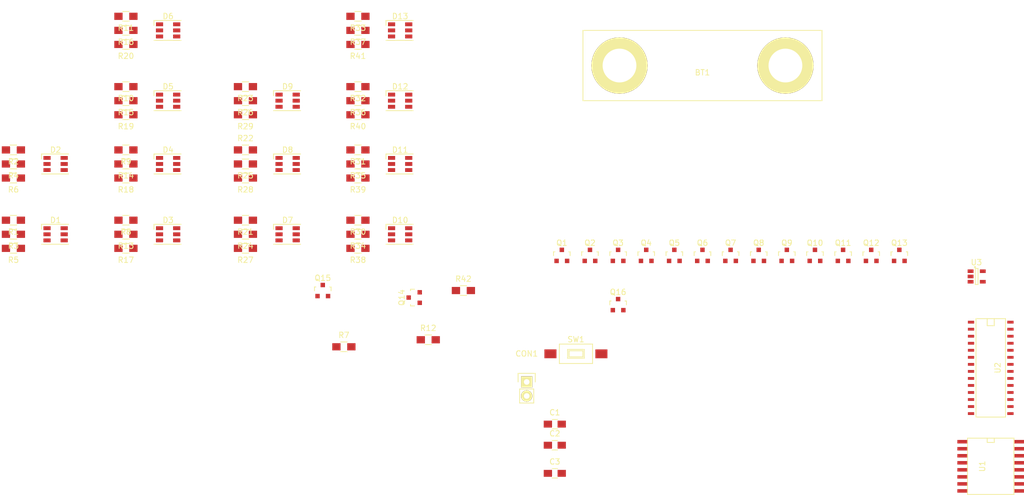
<source format=kicad_pcb>
(kicad_pcb (version 4) (host pcbnew 4.0.0-rc2-1-stable)

  (general
    (links 193)
    (no_connects 193)
    (area 0 0 0 0)
    (thickness 1.6)
    (drawings 0)
    (tracks 0)
    (zones 0)
    (modules 80)
    (nets 77)
  )

  (page A4)
  (layers
    (0 F.Cu signal)
    (31 B.Cu signal)
    (32 B.Adhes user)
    (33 F.Adhes user)
    (34 B.Paste user)
    (35 F.Paste user)
    (36 B.SilkS user)
    (37 F.SilkS user)
    (38 B.Mask user)
    (39 F.Mask user)
    (40 Dwgs.User user)
    (41 Cmts.User user)
    (42 Eco1.User user)
    (43 Eco2.User user)
    (44 Edge.Cuts user)
    (45 Margin user)
    (46 B.CrtYd user)
    (47 F.CrtYd user)
    (48 B.Fab user)
    (49 F.Fab user)
  )

  (setup
    (last_trace_width 0.25)
    (trace_clearance 0.2)
    (zone_clearance 0.508)
    (zone_45_only no)
    (trace_min 0.2)
    (segment_width 0.2)
    (edge_width 0.15)
    (via_size 0.6)
    (via_drill 0.4)
    (via_min_size 0.4)
    (via_min_drill 0.3)
    (uvia_size 0.3)
    (uvia_drill 0.1)
    (uvias_allowed no)
    (uvia_min_size 0.2)
    (uvia_min_drill 0.1)
    (pcb_text_width 0.3)
    (pcb_text_size 1.5 1.5)
    (mod_edge_width 0.15)
    (mod_text_size 1 1)
    (mod_text_width 0.15)
    (pad_size 1.524 1.524)
    (pad_drill 0.762)
    (pad_to_mask_clearance 0.2)
    (aux_axis_origin 0 0)
    (visible_elements FFFFFF7F)
    (pcbplotparams
      (layerselection 0x00030_80000001)
      (usegerberextensions false)
      (excludeedgelayer true)
      (linewidth 0.100000)
      (plotframeref false)
      (viasonmask false)
      (mode 1)
      (useauxorigin false)
      (hpglpennumber 1)
      (hpglpenspeed 20)
      (hpglpendiameter 15)
      (hpglpenoverlay 2)
      (psnegative false)
      (psa4output false)
      (plotreference true)
      (plotvalue true)
      (plotinvisibletext false)
      (padsonsilk false)
      (subtractmaskfromsilk false)
      (outputformat 1)
      (mirror false)
      (drillshape 1)
      (scaleselection 1)
      (outputdirectory ""))
  )

  (net 0 "")
  (net 1 GND)
  (net 2 "Net-(BT1-Pad1)")
  (net 3 Vin)
  (net 4 +3V3)
  (net 5 "Net-(D1-Pad1)")
  (net 6 "Net-(D1-Pad2)")
  (net 7 "Net-(D1-Pad3)")
  (net 8 GREEN)
  (net 9 "Net-(D2-Pad1)")
  (net 10 "Net-(D2-Pad2)")
  (net 11 "Net-(D2-Pad3)")
  (net 12 "Net-(D3-Pad1)")
  (net 13 "Net-(D3-Pad2)")
  (net 14 "Net-(D3-Pad3)")
  (net 15 "Net-(D4-Pad1)")
  (net 16 "Net-(D4-Pad2)")
  (net 17 "Net-(D4-Pad3)")
  (net 18 "Net-(D5-Pad1)")
  (net 19 "Net-(D5-Pad2)")
  (net 20 "Net-(D5-Pad3)")
  (net 21 "Net-(D6-Pad1)")
  (net 22 "Net-(D6-Pad2)")
  (net 23 "Net-(D6-Pad3)")
  (net 24 "Net-(D7-Pad1)")
  (net 25 "Net-(D7-Pad2)")
  (net 26 "Net-(D7-Pad3)")
  (net 27 "Net-(D8-Pad1)")
  (net 28 "Net-(D8-Pad2)")
  (net 29 "Net-(D8-Pad3)")
  (net 30 "Net-(D9-Pad1)")
  (net 31 "Net-(D9-Pad2)")
  (net 32 "Net-(D9-Pad3)")
  (net 33 "Net-(D10-Pad1)")
  (net 34 "Net-(D10-Pad2)")
  (net 35 "Net-(D10-Pad3)")
  (net 36 "Net-(D11-Pad1)")
  (net 37 "Net-(D11-Pad2)")
  (net 38 "Net-(D11-Pad3)")
  (net 39 "Net-(D12-Pad1)")
  (net 40 "Net-(D12-Pad2)")
  (net 41 "Net-(D12-Pad3)")
  (net 42 "Net-(D13-Pad1)")
  (net 43 "Net-(D13-Pad2)")
  (net 44 "Net-(D13-Pad3)")
  (net 45 CTR_RED)
  (net 46 RED)
  (net 47 CTR_GREEN)
  (net 48 CTR1_1)
  (net 49 CTR1_2)
  (net 50 CTR_BLUE)
  (net 51 BLUE)
  (net 52 CTR2_1)
  (net 53 CTR2_2)
  (net 54 CTR2_3)
  (net 55 CTR2_4)
  (net 56 CTR3_1)
  (net 57 CTR3_2)
  (net 58 CTR3_3)
  (net 59 CTR4_1)
  (net 60 CTR4_2)
  (net 61 CTR4_3)
  (net 62 CTR4_4)
  (net 63 "Net-(R5-Pad2)")
  (net 64 "Net-(R12-Pad1)")
  (net 65 SDA)
  (net 66 SCL)
  (net 67 "Net-(R42-Pad2)")
  (net 68 "Net-(U1-Pad1)")
  (net 69 "Net-(U1-Pad3)")
  (net 70 "Net-(U2-Pad9)")
  (net 71 "Net-(U2-Pad17)")
  (net 72 "Net-(U2-Pad18)")
  (net 73 "Net-(U2-Pad21)")
  (net 74 "Net-(U2-Pad25)")
  (net 75 "Net-(U2-Pad26)")
  (net 76 "Net-(U2-Pad27)")

  (net_class Default "This is the default net class."
    (clearance 0.2)
    (trace_width 0.25)
    (via_dia 0.6)
    (via_drill 0.4)
    (uvia_dia 0.3)
    (uvia_drill 0.1)
    (add_net +3V3)
    (add_net BLUE)
    (add_net CTR1_1)
    (add_net CTR1_2)
    (add_net CTR2_1)
    (add_net CTR2_2)
    (add_net CTR2_3)
    (add_net CTR2_4)
    (add_net CTR3_1)
    (add_net CTR3_2)
    (add_net CTR3_3)
    (add_net CTR4_1)
    (add_net CTR4_2)
    (add_net CTR4_3)
    (add_net CTR4_4)
    (add_net CTR_BLUE)
    (add_net CTR_GREEN)
    (add_net CTR_RED)
    (add_net GND)
    (add_net GREEN)
    (add_net "Net-(BT1-Pad1)")
    (add_net "Net-(D1-Pad1)")
    (add_net "Net-(D1-Pad2)")
    (add_net "Net-(D1-Pad3)")
    (add_net "Net-(D10-Pad1)")
    (add_net "Net-(D10-Pad2)")
    (add_net "Net-(D10-Pad3)")
    (add_net "Net-(D11-Pad1)")
    (add_net "Net-(D11-Pad2)")
    (add_net "Net-(D11-Pad3)")
    (add_net "Net-(D12-Pad1)")
    (add_net "Net-(D12-Pad2)")
    (add_net "Net-(D12-Pad3)")
    (add_net "Net-(D13-Pad1)")
    (add_net "Net-(D13-Pad2)")
    (add_net "Net-(D13-Pad3)")
    (add_net "Net-(D2-Pad1)")
    (add_net "Net-(D2-Pad2)")
    (add_net "Net-(D2-Pad3)")
    (add_net "Net-(D3-Pad1)")
    (add_net "Net-(D3-Pad2)")
    (add_net "Net-(D3-Pad3)")
    (add_net "Net-(D4-Pad1)")
    (add_net "Net-(D4-Pad2)")
    (add_net "Net-(D4-Pad3)")
    (add_net "Net-(D5-Pad1)")
    (add_net "Net-(D5-Pad2)")
    (add_net "Net-(D5-Pad3)")
    (add_net "Net-(D6-Pad1)")
    (add_net "Net-(D6-Pad2)")
    (add_net "Net-(D6-Pad3)")
    (add_net "Net-(D7-Pad1)")
    (add_net "Net-(D7-Pad2)")
    (add_net "Net-(D7-Pad3)")
    (add_net "Net-(D8-Pad1)")
    (add_net "Net-(D8-Pad2)")
    (add_net "Net-(D8-Pad3)")
    (add_net "Net-(D9-Pad1)")
    (add_net "Net-(D9-Pad2)")
    (add_net "Net-(D9-Pad3)")
    (add_net "Net-(R12-Pad1)")
    (add_net "Net-(R42-Pad2)")
    (add_net "Net-(R5-Pad2)")
    (add_net "Net-(U1-Pad1)")
    (add_net "Net-(U1-Pad3)")
    (add_net "Net-(U2-Pad17)")
    (add_net "Net-(U2-Pad18)")
    (add_net "Net-(U2-Pad21)")
    (add_net "Net-(U2-Pad25)")
    (add_net "Net-(U2-Pad26)")
    (add_net "Net-(U2-Pad27)")
    (add_net "Net-(U2-Pad9)")
    (add_net RED)
    (add_net SCL)
    (add_net SDA)
    (add_net Vin)
  )

  (module Capacitors_SMD:C_0805_HandSoldering (layer F.Cu) (tedit 541A9B8D) (tstamp 5669E49C)
    (at 129.54 118.11)
    (descr "Capacitor SMD 0805, hand soldering")
    (tags "capacitor 0805")
    (path /565AE301)
    (attr smd)
    (fp_text reference C1 (at 0 -2.1) (layer F.SilkS)
      (effects (font (size 1 1) (thickness 0.15)))
    )
    (fp_text value C (at 0 2.1) (layer F.Fab)
      (effects (font (size 1 1) (thickness 0.15)))
    )
    (fp_line (start -2.3 -1) (end 2.3 -1) (layer F.CrtYd) (width 0.05))
    (fp_line (start -2.3 1) (end 2.3 1) (layer F.CrtYd) (width 0.05))
    (fp_line (start -2.3 -1) (end -2.3 1) (layer F.CrtYd) (width 0.05))
    (fp_line (start 2.3 -1) (end 2.3 1) (layer F.CrtYd) (width 0.05))
    (fp_line (start 0.5 -0.85) (end -0.5 -0.85) (layer F.SilkS) (width 0.15))
    (fp_line (start -0.5 0.85) (end 0.5 0.85) (layer F.SilkS) (width 0.15))
    (pad 1 smd rect (at -1.25 0) (size 1.5 1.25) (layers F.Cu F.Paste F.Mask)
      (net 1 GND))
    (pad 2 smd rect (at 1.25 0) (size 1.5 1.25) (layers F.Cu F.Paste F.Mask)
      (net 2 "Net-(BT1-Pad1)"))
    (model Capacitors_SMD.3dshapes/C_0805_HandSoldering.wrl
      (at (xyz 0 0 0))
      (scale (xyz 1 1 1))
      (rotate (xyz 0 0 0))
    )
  )

  (module Capacitors_SMD:C_0805_HandSoldering (layer F.Cu) (tedit 541A9B8D) (tstamp 5669E4A2)
    (at 129.54 121.92)
    (descr "Capacitor SMD 0805, hand soldering")
    (tags "capacitor 0805")
    (path /565AAC8E)
    (attr smd)
    (fp_text reference C2 (at 0 -2.1) (layer F.SilkS)
      (effects (font (size 1 1) (thickness 0.15)))
    )
    (fp_text value C (at 0 2.1) (layer F.Fab)
      (effects (font (size 1 1) (thickness 0.15)))
    )
    (fp_line (start -2.3 -1) (end 2.3 -1) (layer F.CrtYd) (width 0.05))
    (fp_line (start -2.3 1) (end 2.3 1) (layer F.CrtYd) (width 0.05))
    (fp_line (start -2.3 -1) (end -2.3 1) (layer F.CrtYd) (width 0.05))
    (fp_line (start 2.3 -1) (end 2.3 1) (layer F.CrtYd) (width 0.05))
    (fp_line (start 0.5 -0.85) (end -0.5 -0.85) (layer F.SilkS) (width 0.15))
    (fp_line (start -0.5 0.85) (end 0.5 0.85) (layer F.SilkS) (width 0.15))
    (pad 1 smd rect (at -1.25 0) (size 1.5 1.25) (layers F.Cu F.Paste F.Mask)
      (net 3 Vin))
    (pad 2 smd rect (at 1.25 0) (size 1.5 1.25) (layers F.Cu F.Paste F.Mask)
      (net 1 GND))
    (model Capacitors_SMD.3dshapes/C_0805_HandSoldering.wrl
      (at (xyz 0 0 0))
      (scale (xyz 1 1 1))
      (rotate (xyz 0 0 0))
    )
  )

  (module Capacitors_SMD:C_0805_HandSoldering (layer F.Cu) (tedit 541A9B8D) (tstamp 5669E4A8)
    (at 129.54 127)
    (descr "Capacitor SMD 0805, hand soldering")
    (tags "capacitor 0805")
    (path /565AAB9C)
    (attr smd)
    (fp_text reference C3 (at 0 -2.1) (layer F.SilkS)
      (effects (font (size 1 1) (thickness 0.15)))
    )
    (fp_text value C (at 0 2.1) (layer F.Fab)
      (effects (font (size 1 1) (thickness 0.15)))
    )
    (fp_line (start -2.3 -1) (end 2.3 -1) (layer F.CrtYd) (width 0.05))
    (fp_line (start -2.3 1) (end 2.3 1) (layer F.CrtYd) (width 0.05))
    (fp_line (start -2.3 -1) (end -2.3 1) (layer F.CrtYd) (width 0.05))
    (fp_line (start 2.3 -1) (end 2.3 1) (layer F.CrtYd) (width 0.05))
    (fp_line (start 0.5 -0.85) (end -0.5 -0.85) (layer F.SilkS) (width 0.15))
    (fp_line (start -0.5 0.85) (end 0.5 0.85) (layer F.SilkS) (width 0.15))
    (pad 1 smd rect (at -1.25 0) (size 1.5 1.25) (layers F.Cu F.Paste F.Mask)
      (net 4 +3V3))
    (pad 2 smd rect (at 1.25 0) (size 1.5 1.25) (layers F.Cu F.Paste F.Mask)
      (net 1 GND))
    (model Capacitors_SMD.3dshapes/C_0805_HandSoldering.wrl
      (at (xyz 0 0 0))
      (scale (xyz 1 1 1))
      (rotate (xyz 0 0 0))
    )
  )

  (module Pin_Headers:Pin_Header_Straight_1x02 (layer F.Cu) (tedit 54EA090C) (tstamp 5669E4AE)
    (at 124.46 110.49)
    (descr "Through hole pin header")
    (tags "pin header")
    (path /565B078A)
    (fp_text reference CON1 (at 0 -5.1) (layer F.SilkS)
      (effects (font (size 1 1) (thickness 0.15)))
    )
    (fp_text value BARREL_JACK (at 0 -3.1) (layer F.Fab)
      (effects (font (size 1 1) (thickness 0.15)))
    )
    (fp_line (start 1.27 1.27) (end 1.27 3.81) (layer F.SilkS) (width 0.15))
    (fp_line (start 1.55 -1.55) (end 1.55 0) (layer F.SilkS) (width 0.15))
    (fp_line (start -1.75 -1.75) (end -1.75 4.3) (layer F.CrtYd) (width 0.05))
    (fp_line (start 1.75 -1.75) (end 1.75 4.3) (layer F.CrtYd) (width 0.05))
    (fp_line (start -1.75 -1.75) (end 1.75 -1.75) (layer F.CrtYd) (width 0.05))
    (fp_line (start -1.75 4.3) (end 1.75 4.3) (layer F.CrtYd) (width 0.05))
    (fp_line (start 1.27 1.27) (end -1.27 1.27) (layer F.SilkS) (width 0.15))
    (fp_line (start -1.55 0) (end -1.55 -1.55) (layer F.SilkS) (width 0.15))
    (fp_line (start -1.55 -1.55) (end 1.55 -1.55) (layer F.SilkS) (width 0.15))
    (fp_line (start -1.27 1.27) (end -1.27 3.81) (layer F.SilkS) (width 0.15))
    (fp_line (start -1.27 3.81) (end 1.27 3.81) (layer F.SilkS) (width 0.15))
    (pad 1 thru_hole rect (at 0 0) (size 2.032 2.032) (drill 1.016) (layers *.Cu *.Mask F.SilkS)
      (net 3 Vin))
    (pad 2 thru_hole oval (at 0 2.54) (size 2.032 2.032) (drill 1.016) (layers *.Cu *.Mask F.SilkS)
      (net 1 GND))
    (model Pin_Headers.3dshapes/Pin_Header_Straight_1x02.wrl
      (at (xyz 0 -0.05 0))
      (scale (xyz 1 1 1))
      (rotate (xyz 0 0 90))
    )
  )

  (module LEDs:LED_RGB_PLLC-6 (layer F.Cu) (tedit 555EF111) (tstamp 5669E4B8)
    (at 39.37 83.82)
    (descr "RGB LED PLLC-6")
    (tags "RGB LED PLLC-6")
    (path /5668CE2E)
    (attr smd)
    (fp_text reference D1 (at 0 -2.55 180) (layer F.SilkS)
      (effects (font (size 1 1) (thickness 0.15)))
    )
    (fp_text value LED_RGB (at 0 2.8) (layer F.Fab)
      (effects (font (size 1 1) (thickness 0.15)))
    )
    (fp_line (start -2.55 -1.8) (end -2.55 -0.9) (layer F.SilkS) (width 0.15))
    (fp_line (start 2.65 -2) (end 2.65 2) (layer F.CrtYd) (width 0.05))
    (fp_line (start -2.75 -2) (end -2.75 2) (layer F.CrtYd) (width 0.05))
    (fp_line (start -2.75 2) (end 2.65 2) (layer F.CrtYd) (width 0.05))
    (fp_line (start -2.75 -2) (end 2.65 -2) (layer F.CrtYd) (width 0.05))
    (fp_line (start -2.55 1.8) (end 2.35 1.8) (layer F.SilkS) (width 0.15))
    (fp_line (start 2.35 -1.8) (end -2.55 -1.8) (layer F.SilkS) (width 0.15))
    (pad 1 smd rect (at -1.55 -1.1 90) (size 0.7 1.3) (layers F.Cu F.Paste F.Mask)
      (net 5 "Net-(D1-Pad1)"))
    (pad 2 smd rect (at -1.55 0 90) (size 0.7 1.3) (layers F.Cu F.Paste F.Mask)
      (net 6 "Net-(D1-Pad2)"))
    (pad 3 smd rect (at -1.55 1.1 90) (size 0.7 1.3) (layers F.Cu F.Paste F.Mask)
      (net 7 "Net-(D1-Pad3)"))
    (pad 4 smd rect (at 1.55 1.1 90) (size 0.7 1.3) (layers F.Cu F.Paste F.Mask)
      (net 8 GREEN))
    (pad 5 smd rect (at 1.55 0 90) (size 0.7 1.3) (layers F.Cu F.Paste F.Mask)
      (net 8 GREEN))
    (pad 6 smd rect (at 1.55 -1.1 90) (size 0.7 1.3) (layers F.Cu F.Paste F.Mask)
      (net 8 GREEN))
  )

  (module LEDs:LED_RGB_PLLC-6 (layer F.Cu) (tedit 555EF111) (tstamp 5669E4C2)
    (at 39.37 71.12)
    (descr "RGB LED PLLC-6")
    (tags "RGB LED PLLC-6")
    (path /5668D2D6)
    (attr smd)
    (fp_text reference D2 (at 0 -2.55 180) (layer F.SilkS)
      (effects (font (size 1 1) (thickness 0.15)))
    )
    (fp_text value LED_RGB (at 0 2.8) (layer F.Fab)
      (effects (font (size 1 1) (thickness 0.15)))
    )
    (fp_line (start -2.55 -1.8) (end -2.55 -0.9) (layer F.SilkS) (width 0.15))
    (fp_line (start 2.65 -2) (end 2.65 2) (layer F.CrtYd) (width 0.05))
    (fp_line (start -2.75 -2) (end -2.75 2) (layer F.CrtYd) (width 0.05))
    (fp_line (start -2.75 2) (end 2.65 2) (layer F.CrtYd) (width 0.05))
    (fp_line (start -2.75 -2) (end 2.65 -2) (layer F.CrtYd) (width 0.05))
    (fp_line (start -2.55 1.8) (end 2.35 1.8) (layer F.SilkS) (width 0.15))
    (fp_line (start 2.35 -1.8) (end -2.55 -1.8) (layer F.SilkS) (width 0.15))
    (pad 1 smd rect (at -1.55 -1.1 90) (size 0.7 1.3) (layers F.Cu F.Paste F.Mask)
      (net 9 "Net-(D2-Pad1)"))
    (pad 2 smd rect (at -1.55 0 90) (size 0.7 1.3) (layers F.Cu F.Paste F.Mask)
      (net 10 "Net-(D2-Pad2)"))
    (pad 3 smd rect (at -1.55 1.1 90) (size 0.7 1.3) (layers F.Cu F.Paste F.Mask)
      (net 11 "Net-(D2-Pad3)"))
    (pad 4 smd rect (at 1.55 1.1 90) (size 0.7 1.3) (layers F.Cu F.Paste F.Mask)
      (net 8 GREEN))
    (pad 5 smd rect (at 1.55 0 90) (size 0.7 1.3) (layers F.Cu F.Paste F.Mask)
      (net 8 GREEN))
    (pad 6 smd rect (at 1.55 -1.1 90) (size 0.7 1.3) (layers F.Cu F.Paste F.Mask)
      (net 8 GREEN))
  )

  (module LEDs:LED_RGB_PLLC-6 (layer F.Cu) (tedit 555EF111) (tstamp 5669E4CC)
    (at 59.69 83.82)
    (descr "RGB LED PLLC-6")
    (tags "RGB LED PLLC-6")
    (path /56687BE0)
    (attr smd)
    (fp_text reference D3 (at 0 -2.55 180) (layer F.SilkS)
      (effects (font (size 1 1) (thickness 0.15)))
    )
    (fp_text value LED_RGB (at 0 2.8) (layer F.Fab)
      (effects (font (size 1 1) (thickness 0.15)))
    )
    (fp_line (start -2.55 -1.8) (end -2.55 -0.9) (layer F.SilkS) (width 0.15))
    (fp_line (start 2.65 -2) (end 2.65 2) (layer F.CrtYd) (width 0.05))
    (fp_line (start -2.75 -2) (end -2.75 2) (layer F.CrtYd) (width 0.05))
    (fp_line (start -2.75 2) (end 2.65 2) (layer F.CrtYd) (width 0.05))
    (fp_line (start -2.75 -2) (end 2.65 -2) (layer F.CrtYd) (width 0.05))
    (fp_line (start -2.55 1.8) (end 2.35 1.8) (layer F.SilkS) (width 0.15))
    (fp_line (start 2.35 -1.8) (end -2.55 -1.8) (layer F.SilkS) (width 0.15))
    (pad 1 smd rect (at -1.55 -1.1 90) (size 0.7 1.3) (layers F.Cu F.Paste F.Mask)
      (net 12 "Net-(D3-Pad1)"))
    (pad 2 smd rect (at -1.55 0 90) (size 0.7 1.3) (layers F.Cu F.Paste F.Mask)
      (net 13 "Net-(D3-Pad2)"))
    (pad 3 smd rect (at -1.55 1.1 90) (size 0.7 1.3) (layers F.Cu F.Paste F.Mask)
      (net 14 "Net-(D3-Pad3)"))
    (pad 4 smd rect (at 1.55 1.1 90) (size 0.7 1.3) (layers F.Cu F.Paste F.Mask)
      (net 8 GREEN))
    (pad 5 smd rect (at 1.55 0 90) (size 0.7 1.3) (layers F.Cu F.Paste F.Mask)
      (net 8 GREEN))
    (pad 6 smd rect (at 1.55 -1.1 90) (size 0.7 1.3) (layers F.Cu F.Paste F.Mask)
      (net 8 GREEN))
  )

  (module LEDs:LED_RGB_PLLC-6 (layer F.Cu) (tedit 555EF111) (tstamp 5669E4D6)
    (at 59.69 71.12)
    (descr "RGB LED PLLC-6")
    (tags "RGB LED PLLC-6")
    (path /5668D2B8)
    (attr smd)
    (fp_text reference D4 (at 0 -2.55 180) (layer F.SilkS)
      (effects (font (size 1 1) (thickness 0.15)))
    )
    (fp_text value LED_RGB (at 0 2.8) (layer F.Fab)
      (effects (font (size 1 1) (thickness 0.15)))
    )
    (fp_line (start -2.55 -1.8) (end -2.55 -0.9) (layer F.SilkS) (width 0.15))
    (fp_line (start 2.65 -2) (end 2.65 2) (layer F.CrtYd) (width 0.05))
    (fp_line (start -2.75 -2) (end -2.75 2) (layer F.CrtYd) (width 0.05))
    (fp_line (start -2.75 2) (end 2.65 2) (layer F.CrtYd) (width 0.05))
    (fp_line (start -2.75 -2) (end 2.65 -2) (layer F.CrtYd) (width 0.05))
    (fp_line (start -2.55 1.8) (end 2.35 1.8) (layer F.SilkS) (width 0.15))
    (fp_line (start 2.35 -1.8) (end -2.55 -1.8) (layer F.SilkS) (width 0.15))
    (pad 1 smd rect (at -1.55 -1.1 90) (size 0.7 1.3) (layers F.Cu F.Paste F.Mask)
      (net 15 "Net-(D4-Pad1)"))
    (pad 2 smd rect (at -1.55 0 90) (size 0.7 1.3) (layers F.Cu F.Paste F.Mask)
      (net 16 "Net-(D4-Pad2)"))
    (pad 3 smd rect (at -1.55 1.1 90) (size 0.7 1.3) (layers F.Cu F.Paste F.Mask)
      (net 17 "Net-(D4-Pad3)"))
    (pad 4 smd rect (at 1.55 1.1 90) (size 0.7 1.3) (layers F.Cu F.Paste F.Mask)
      (net 8 GREEN))
    (pad 5 smd rect (at 1.55 0 90) (size 0.7 1.3) (layers F.Cu F.Paste F.Mask)
      (net 8 GREEN))
    (pad 6 smd rect (at 1.55 -1.1 90) (size 0.7 1.3) (layers F.Cu F.Paste F.Mask)
      (net 8 GREEN))
  )

  (module LEDs:LED_RGB_PLLC-6 (layer F.Cu) (tedit 555EF111) (tstamp 5669E4E0)
    (at 59.69 59.69)
    (descr "RGB LED PLLC-6")
    (tags "RGB LED PLLC-6")
    (path /5668D61E)
    (attr smd)
    (fp_text reference D5 (at 0 -2.55 180) (layer F.SilkS)
      (effects (font (size 1 1) (thickness 0.15)))
    )
    (fp_text value LED_RGB (at 0 2.8) (layer F.Fab)
      (effects (font (size 1 1) (thickness 0.15)))
    )
    (fp_line (start -2.55 -1.8) (end -2.55 -0.9) (layer F.SilkS) (width 0.15))
    (fp_line (start 2.65 -2) (end 2.65 2) (layer F.CrtYd) (width 0.05))
    (fp_line (start -2.75 -2) (end -2.75 2) (layer F.CrtYd) (width 0.05))
    (fp_line (start -2.75 2) (end 2.65 2) (layer F.CrtYd) (width 0.05))
    (fp_line (start -2.75 -2) (end 2.65 -2) (layer F.CrtYd) (width 0.05))
    (fp_line (start -2.55 1.8) (end 2.35 1.8) (layer F.SilkS) (width 0.15))
    (fp_line (start 2.35 -1.8) (end -2.55 -1.8) (layer F.SilkS) (width 0.15))
    (pad 1 smd rect (at -1.55 -1.1 90) (size 0.7 1.3) (layers F.Cu F.Paste F.Mask)
      (net 18 "Net-(D5-Pad1)"))
    (pad 2 smd rect (at -1.55 0 90) (size 0.7 1.3) (layers F.Cu F.Paste F.Mask)
      (net 19 "Net-(D5-Pad2)"))
    (pad 3 smd rect (at -1.55 1.1 90) (size 0.7 1.3) (layers F.Cu F.Paste F.Mask)
      (net 20 "Net-(D5-Pad3)"))
    (pad 4 smd rect (at 1.55 1.1 90) (size 0.7 1.3) (layers F.Cu F.Paste F.Mask)
      (net 8 GREEN))
    (pad 5 smd rect (at 1.55 0 90) (size 0.7 1.3) (layers F.Cu F.Paste F.Mask)
      (net 8 GREEN))
    (pad 6 smd rect (at 1.55 -1.1 90) (size 0.7 1.3) (layers F.Cu F.Paste F.Mask)
      (net 8 GREEN))
  )

  (module LEDs:LED_RGB_PLLC-6 (layer F.Cu) (tedit 555EF111) (tstamp 5669E4EA)
    (at 59.69 46.99)
    (descr "RGB LED PLLC-6")
    (tags "RGB LED PLLC-6")
    (path /5668D718)
    (attr smd)
    (fp_text reference D6 (at 0 -2.55 180) (layer F.SilkS)
      (effects (font (size 1 1) (thickness 0.15)))
    )
    (fp_text value LED_RGB (at 0 2.8) (layer F.Fab)
      (effects (font (size 1 1) (thickness 0.15)))
    )
    (fp_line (start -2.55 -1.8) (end -2.55 -0.9) (layer F.SilkS) (width 0.15))
    (fp_line (start 2.65 -2) (end 2.65 2) (layer F.CrtYd) (width 0.05))
    (fp_line (start -2.75 -2) (end -2.75 2) (layer F.CrtYd) (width 0.05))
    (fp_line (start -2.75 2) (end 2.65 2) (layer F.CrtYd) (width 0.05))
    (fp_line (start -2.75 -2) (end 2.65 -2) (layer F.CrtYd) (width 0.05))
    (fp_line (start -2.55 1.8) (end 2.35 1.8) (layer F.SilkS) (width 0.15))
    (fp_line (start 2.35 -1.8) (end -2.55 -1.8) (layer F.SilkS) (width 0.15))
    (pad 1 smd rect (at -1.55 -1.1 90) (size 0.7 1.3) (layers F.Cu F.Paste F.Mask)
      (net 21 "Net-(D6-Pad1)"))
    (pad 2 smd rect (at -1.55 0 90) (size 0.7 1.3) (layers F.Cu F.Paste F.Mask)
      (net 22 "Net-(D6-Pad2)"))
    (pad 3 smd rect (at -1.55 1.1 90) (size 0.7 1.3) (layers F.Cu F.Paste F.Mask)
      (net 23 "Net-(D6-Pad3)"))
    (pad 4 smd rect (at 1.55 1.1 90) (size 0.7 1.3) (layers F.Cu F.Paste F.Mask)
      (net 8 GREEN))
    (pad 5 smd rect (at 1.55 0 90) (size 0.7 1.3) (layers F.Cu F.Paste F.Mask)
      (net 8 GREEN))
    (pad 6 smd rect (at 1.55 -1.1 90) (size 0.7 1.3) (layers F.Cu F.Paste F.Mask)
      (net 8 GREEN))
  )

  (module LEDs:LED_RGB_PLLC-6 (layer F.Cu) (tedit 555EF111) (tstamp 5669E4F4)
    (at 81.28 83.82)
    (descr "RGB LED PLLC-6")
    (tags "RGB LED PLLC-6")
    (path /5668D052)
    (attr smd)
    (fp_text reference D7 (at 0 -2.55 180) (layer F.SilkS)
      (effects (font (size 1 1) (thickness 0.15)))
    )
    (fp_text value LED_RGB (at 0 2.8) (layer F.Fab)
      (effects (font (size 1 1) (thickness 0.15)))
    )
    (fp_line (start -2.55 -1.8) (end -2.55 -0.9) (layer F.SilkS) (width 0.15))
    (fp_line (start 2.65 -2) (end 2.65 2) (layer F.CrtYd) (width 0.05))
    (fp_line (start -2.75 -2) (end -2.75 2) (layer F.CrtYd) (width 0.05))
    (fp_line (start -2.75 2) (end 2.65 2) (layer F.CrtYd) (width 0.05))
    (fp_line (start -2.75 -2) (end 2.65 -2) (layer F.CrtYd) (width 0.05))
    (fp_line (start -2.55 1.8) (end 2.35 1.8) (layer F.SilkS) (width 0.15))
    (fp_line (start 2.35 -1.8) (end -2.55 -1.8) (layer F.SilkS) (width 0.15))
    (pad 1 smd rect (at -1.55 -1.1 90) (size 0.7 1.3) (layers F.Cu F.Paste F.Mask)
      (net 24 "Net-(D7-Pad1)"))
    (pad 2 smd rect (at -1.55 0 90) (size 0.7 1.3) (layers F.Cu F.Paste F.Mask)
      (net 25 "Net-(D7-Pad2)"))
    (pad 3 smd rect (at -1.55 1.1 90) (size 0.7 1.3) (layers F.Cu F.Paste F.Mask)
      (net 26 "Net-(D7-Pad3)"))
    (pad 4 smd rect (at 1.55 1.1 90) (size 0.7 1.3) (layers F.Cu F.Paste F.Mask)
      (net 8 GREEN))
    (pad 5 smd rect (at 1.55 0 90) (size 0.7 1.3) (layers F.Cu F.Paste F.Mask)
      (net 8 GREEN))
    (pad 6 smd rect (at 1.55 -1.1 90) (size 0.7 1.3) (layers F.Cu F.Paste F.Mask)
      (net 8 GREEN))
  )

  (module LEDs:LED_RGB_PLLC-6 (layer F.Cu) (tedit 555EF111) (tstamp 5669E4FE)
    (at 81.28 71.12)
    (descr "RGB LED PLLC-6")
    (tags "RGB LED PLLC-6")
    (path /5668D312)
    (attr smd)
    (fp_text reference D8 (at 0 -2.55 180) (layer F.SilkS)
      (effects (font (size 1 1) (thickness 0.15)))
    )
    (fp_text value LED_RGB (at 0 2.8) (layer F.Fab)
      (effects (font (size 1 1) (thickness 0.15)))
    )
    (fp_line (start -2.55 -1.8) (end -2.55 -0.9) (layer F.SilkS) (width 0.15))
    (fp_line (start 2.65 -2) (end 2.65 2) (layer F.CrtYd) (width 0.05))
    (fp_line (start -2.75 -2) (end -2.75 2) (layer F.CrtYd) (width 0.05))
    (fp_line (start -2.75 2) (end 2.65 2) (layer F.CrtYd) (width 0.05))
    (fp_line (start -2.75 -2) (end 2.65 -2) (layer F.CrtYd) (width 0.05))
    (fp_line (start -2.55 1.8) (end 2.35 1.8) (layer F.SilkS) (width 0.15))
    (fp_line (start 2.35 -1.8) (end -2.55 -1.8) (layer F.SilkS) (width 0.15))
    (pad 1 smd rect (at -1.55 -1.1 90) (size 0.7 1.3) (layers F.Cu F.Paste F.Mask)
      (net 27 "Net-(D8-Pad1)"))
    (pad 2 smd rect (at -1.55 0 90) (size 0.7 1.3) (layers F.Cu F.Paste F.Mask)
      (net 28 "Net-(D8-Pad2)"))
    (pad 3 smd rect (at -1.55 1.1 90) (size 0.7 1.3) (layers F.Cu F.Paste F.Mask)
      (net 29 "Net-(D8-Pad3)"))
    (pad 4 smd rect (at 1.55 1.1 90) (size 0.7 1.3) (layers F.Cu F.Paste F.Mask)
      (net 8 GREEN))
    (pad 5 smd rect (at 1.55 0 90) (size 0.7 1.3) (layers F.Cu F.Paste F.Mask)
      (net 8 GREEN))
    (pad 6 smd rect (at 1.55 -1.1 90) (size 0.7 1.3) (layers F.Cu F.Paste F.Mask)
      (net 8 GREEN))
  )

  (module LEDs:LED_RGB_PLLC-6 (layer F.Cu) (tedit 555EF111) (tstamp 5669E508)
    (at 81.28 59.69)
    (descr "RGB LED PLLC-6")
    (tags "RGB LED PLLC-6")
    (path /5668D524)
    (attr smd)
    (fp_text reference D9 (at 0 -2.55 180) (layer F.SilkS)
      (effects (font (size 1 1) (thickness 0.15)))
    )
    (fp_text value LED_RGB (at 0 2.8) (layer F.Fab)
      (effects (font (size 1 1) (thickness 0.15)))
    )
    (fp_line (start -2.55 -1.8) (end -2.55 -0.9) (layer F.SilkS) (width 0.15))
    (fp_line (start 2.65 -2) (end 2.65 2) (layer F.CrtYd) (width 0.05))
    (fp_line (start -2.75 -2) (end -2.75 2) (layer F.CrtYd) (width 0.05))
    (fp_line (start -2.75 2) (end 2.65 2) (layer F.CrtYd) (width 0.05))
    (fp_line (start -2.75 -2) (end 2.65 -2) (layer F.CrtYd) (width 0.05))
    (fp_line (start -2.55 1.8) (end 2.35 1.8) (layer F.SilkS) (width 0.15))
    (fp_line (start 2.35 -1.8) (end -2.55 -1.8) (layer F.SilkS) (width 0.15))
    (pad 1 smd rect (at -1.55 -1.1 90) (size 0.7 1.3) (layers F.Cu F.Paste F.Mask)
      (net 30 "Net-(D9-Pad1)"))
    (pad 2 smd rect (at -1.55 0 90) (size 0.7 1.3) (layers F.Cu F.Paste F.Mask)
      (net 31 "Net-(D9-Pad2)"))
    (pad 3 smd rect (at -1.55 1.1 90) (size 0.7 1.3) (layers F.Cu F.Paste F.Mask)
      (net 32 "Net-(D9-Pad3)"))
    (pad 4 smd rect (at 1.55 1.1 90) (size 0.7 1.3) (layers F.Cu F.Paste F.Mask)
      (net 8 GREEN))
    (pad 5 smd rect (at 1.55 0 90) (size 0.7 1.3) (layers F.Cu F.Paste F.Mask)
      (net 8 GREEN))
    (pad 6 smd rect (at 1.55 -1.1 90) (size 0.7 1.3) (layers F.Cu F.Paste F.Mask)
      (net 8 GREEN))
  )

  (module LEDs:LED_RGB_PLLC-6 (layer F.Cu) (tedit 555EF111) (tstamp 5669E512)
    (at 101.6 83.82)
    (descr "RGB LED PLLC-6")
    (tags "RGB LED PLLC-6")
    (path /5668D034)
    (attr smd)
    (fp_text reference D10 (at 0 -2.55 180) (layer F.SilkS)
      (effects (font (size 1 1) (thickness 0.15)))
    )
    (fp_text value LED_RGB (at 0 2.8) (layer F.Fab)
      (effects (font (size 1 1) (thickness 0.15)))
    )
    (fp_line (start -2.55 -1.8) (end -2.55 -0.9) (layer F.SilkS) (width 0.15))
    (fp_line (start 2.65 -2) (end 2.65 2) (layer F.CrtYd) (width 0.05))
    (fp_line (start -2.75 -2) (end -2.75 2) (layer F.CrtYd) (width 0.05))
    (fp_line (start -2.75 2) (end 2.65 2) (layer F.CrtYd) (width 0.05))
    (fp_line (start -2.75 -2) (end 2.65 -2) (layer F.CrtYd) (width 0.05))
    (fp_line (start -2.55 1.8) (end 2.35 1.8) (layer F.SilkS) (width 0.15))
    (fp_line (start 2.35 -1.8) (end -2.55 -1.8) (layer F.SilkS) (width 0.15))
    (pad 1 smd rect (at -1.55 -1.1 90) (size 0.7 1.3) (layers F.Cu F.Paste F.Mask)
      (net 33 "Net-(D10-Pad1)"))
    (pad 2 smd rect (at -1.55 0 90) (size 0.7 1.3) (layers F.Cu F.Paste F.Mask)
      (net 34 "Net-(D10-Pad2)"))
    (pad 3 smd rect (at -1.55 1.1 90) (size 0.7 1.3) (layers F.Cu F.Paste F.Mask)
      (net 35 "Net-(D10-Pad3)"))
    (pad 4 smd rect (at 1.55 1.1 90) (size 0.7 1.3) (layers F.Cu F.Paste F.Mask)
      (net 8 GREEN))
    (pad 5 smd rect (at 1.55 0 90) (size 0.7 1.3) (layers F.Cu F.Paste F.Mask)
      (net 8 GREEN))
    (pad 6 smd rect (at 1.55 -1.1 90) (size 0.7 1.3) (layers F.Cu F.Paste F.Mask)
      (net 8 GREEN))
  )

  (module LEDs:LED_RGB_PLLC-6 (layer F.Cu) (tedit 555EF111) (tstamp 5669E51C)
    (at 101.6 71.12)
    (descr "RGB LED PLLC-6")
    (tags "RGB LED PLLC-6")
    (path /5668D2F4)
    (attr smd)
    (fp_text reference D11 (at 0 -2.55 180) (layer F.SilkS)
      (effects (font (size 1 1) (thickness 0.15)))
    )
    (fp_text value LED_RGB (at 0 2.8) (layer F.Fab)
      (effects (font (size 1 1) (thickness 0.15)))
    )
    (fp_line (start -2.55 -1.8) (end -2.55 -0.9) (layer F.SilkS) (width 0.15))
    (fp_line (start 2.65 -2) (end 2.65 2) (layer F.CrtYd) (width 0.05))
    (fp_line (start -2.75 -2) (end -2.75 2) (layer F.CrtYd) (width 0.05))
    (fp_line (start -2.75 2) (end 2.65 2) (layer F.CrtYd) (width 0.05))
    (fp_line (start -2.75 -2) (end 2.65 -2) (layer F.CrtYd) (width 0.05))
    (fp_line (start -2.55 1.8) (end 2.35 1.8) (layer F.SilkS) (width 0.15))
    (fp_line (start 2.35 -1.8) (end -2.55 -1.8) (layer F.SilkS) (width 0.15))
    (pad 1 smd rect (at -1.55 -1.1 90) (size 0.7 1.3) (layers F.Cu F.Paste F.Mask)
      (net 36 "Net-(D11-Pad1)"))
    (pad 2 smd rect (at -1.55 0 90) (size 0.7 1.3) (layers F.Cu F.Paste F.Mask)
      (net 37 "Net-(D11-Pad2)"))
    (pad 3 smd rect (at -1.55 1.1 90) (size 0.7 1.3) (layers F.Cu F.Paste F.Mask)
      (net 38 "Net-(D11-Pad3)"))
    (pad 4 smd rect (at 1.55 1.1 90) (size 0.7 1.3) (layers F.Cu F.Paste F.Mask)
      (net 8 GREEN))
    (pad 5 smd rect (at 1.55 0 90) (size 0.7 1.3) (layers F.Cu F.Paste F.Mask)
      (net 8 GREEN))
    (pad 6 smd rect (at 1.55 -1.1 90) (size 0.7 1.3) (layers F.Cu F.Paste F.Mask)
      (net 8 GREEN))
  )

  (module LEDs:LED_RGB_PLLC-6 (layer F.Cu) (tedit 555EF111) (tstamp 5669E526)
    (at 101.6 59.69)
    (descr "RGB LED PLLC-6")
    (tags "RGB LED PLLC-6")
    (path /5668D506)
    (attr smd)
    (fp_text reference D12 (at 0 -2.55 180) (layer F.SilkS)
      (effects (font (size 1 1) (thickness 0.15)))
    )
    (fp_text value LED_RGB (at 0 2.8) (layer F.Fab)
      (effects (font (size 1 1) (thickness 0.15)))
    )
    (fp_line (start -2.55 -1.8) (end -2.55 -0.9) (layer F.SilkS) (width 0.15))
    (fp_line (start 2.65 -2) (end 2.65 2) (layer F.CrtYd) (width 0.05))
    (fp_line (start -2.75 -2) (end -2.75 2) (layer F.CrtYd) (width 0.05))
    (fp_line (start -2.75 2) (end 2.65 2) (layer F.CrtYd) (width 0.05))
    (fp_line (start -2.75 -2) (end 2.65 -2) (layer F.CrtYd) (width 0.05))
    (fp_line (start -2.55 1.8) (end 2.35 1.8) (layer F.SilkS) (width 0.15))
    (fp_line (start 2.35 -1.8) (end -2.55 -1.8) (layer F.SilkS) (width 0.15))
    (pad 1 smd rect (at -1.55 -1.1 90) (size 0.7 1.3) (layers F.Cu F.Paste F.Mask)
      (net 39 "Net-(D12-Pad1)"))
    (pad 2 smd rect (at -1.55 0 90) (size 0.7 1.3) (layers F.Cu F.Paste F.Mask)
      (net 40 "Net-(D12-Pad2)"))
    (pad 3 smd rect (at -1.55 1.1 90) (size 0.7 1.3) (layers F.Cu F.Paste F.Mask)
      (net 41 "Net-(D12-Pad3)"))
    (pad 4 smd rect (at 1.55 1.1 90) (size 0.7 1.3) (layers F.Cu F.Paste F.Mask)
      (net 8 GREEN))
    (pad 5 smd rect (at 1.55 0 90) (size 0.7 1.3) (layers F.Cu F.Paste F.Mask)
      (net 8 GREEN))
    (pad 6 smd rect (at 1.55 -1.1 90) (size 0.7 1.3) (layers F.Cu F.Paste F.Mask)
      (net 8 GREEN))
  )

  (module LEDs:LED_RGB_PLLC-6 (layer F.Cu) (tedit 555EF111) (tstamp 5669E530)
    (at 101.6 46.99)
    (descr "RGB LED PLLC-6")
    (tags "RGB LED PLLC-6")
    (path /5668D826)
    (attr smd)
    (fp_text reference D13 (at 0 -2.55 180) (layer F.SilkS)
      (effects (font (size 1 1) (thickness 0.15)))
    )
    (fp_text value LED_RGB (at 0 2.8) (layer F.Fab)
      (effects (font (size 1 1) (thickness 0.15)))
    )
    (fp_line (start -2.55 -1.8) (end -2.55 -0.9) (layer F.SilkS) (width 0.15))
    (fp_line (start 2.65 -2) (end 2.65 2) (layer F.CrtYd) (width 0.05))
    (fp_line (start -2.75 -2) (end -2.75 2) (layer F.CrtYd) (width 0.05))
    (fp_line (start -2.75 2) (end 2.65 2) (layer F.CrtYd) (width 0.05))
    (fp_line (start -2.75 -2) (end 2.65 -2) (layer F.CrtYd) (width 0.05))
    (fp_line (start -2.55 1.8) (end 2.35 1.8) (layer F.SilkS) (width 0.15))
    (fp_line (start 2.35 -1.8) (end -2.55 -1.8) (layer F.SilkS) (width 0.15))
    (pad 1 smd rect (at -1.55 -1.1 90) (size 0.7 1.3) (layers F.Cu F.Paste F.Mask)
      (net 42 "Net-(D13-Pad1)"))
    (pad 2 smd rect (at -1.55 0 90) (size 0.7 1.3) (layers F.Cu F.Paste F.Mask)
      (net 43 "Net-(D13-Pad2)"))
    (pad 3 smd rect (at -1.55 1.1 90) (size 0.7 1.3) (layers F.Cu F.Paste F.Mask)
      (net 44 "Net-(D13-Pad3)"))
    (pad 4 smd rect (at 1.55 1.1 90) (size 0.7 1.3) (layers F.Cu F.Paste F.Mask)
      (net 8 GREEN))
    (pad 5 smd rect (at 1.55 0 90) (size 0.7 1.3) (layers F.Cu F.Paste F.Mask)
      (net 8 GREEN))
    (pad 6 smd rect (at 1.55 -1.1 90) (size 0.7 1.3) (layers F.Cu F.Paste F.Mask)
      (net 8 GREEN))
  )

  (module TO_SOT_Packages_SMD:SOT-23 (layer F.Cu) (tedit 553634F8) (tstamp 5669E537)
    (at 130.81 87.63)
    (descr "SOT-23, Standard")
    (tags SOT-23)
    (path /565A2519)
    (attr smd)
    (fp_text reference Q1 (at 0 -2.25) (layer F.SilkS)
      (effects (font (size 1 1) (thickness 0.15)))
    )
    (fp_text value Q_NMOS_GSD (at 0 2.3) (layer F.Fab)
      (effects (font (size 1 1) (thickness 0.15)))
    )
    (fp_line (start -1.65 -1.6) (end 1.65 -1.6) (layer F.CrtYd) (width 0.05))
    (fp_line (start 1.65 -1.6) (end 1.65 1.6) (layer F.CrtYd) (width 0.05))
    (fp_line (start 1.65 1.6) (end -1.65 1.6) (layer F.CrtYd) (width 0.05))
    (fp_line (start -1.65 1.6) (end -1.65 -1.6) (layer F.CrtYd) (width 0.05))
    (fp_line (start 1.29916 -0.65024) (end 1.2509 -0.65024) (layer F.SilkS) (width 0.15))
    (fp_line (start -1.49982 0.0508) (end -1.49982 -0.65024) (layer F.SilkS) (width 0.15))
    (fp_line (start -1.49982 -0.65024) (end -1.2509 -0.65024) (layer F.SilkS) (width 0.15))
    (fp_line (start 1.29916 -0.65024) (end 1.49982 -0.65024) (layer F.SilkS) (width 0.15))
    (fp_line (start 1.49982 -0.65024) (end 1.49982 0.0508) (layer F.SilkS) (width 0.15))
    (pad 1 smd rect (at -0.95 1.00076) (size 0.8001 0.8001) (layers F.Cu F.Paste F.Mask)
      (net 45 CTR_RED))
    (pad 2 smd rect (at 0.95 1.00076) (size 0.8001 0.8001) (layers F.Cu F.Paste F.Mask)
      (net 1 GND))
    (pad 3 smd rect (at 0 -0.99822) (size 0.8001 0.8001) (layers F.Cu F.Paste F.Mask)
      (net 46 RED))
    (model TO_SOT_Packages_SMD.3dshapes/SOT-23.wrl
      (at (xyz 0 0 0))
      (scale (xyz 1 1 1))
      (rotate (xyz 0 0 0))
    )
  )

  (module TO_SOT_Packages_SMD:SOT-23 (layer F.Cu) (tedit 553634F8) (tstamp 5669E53E)
    (at 135.89 87.63)
    (descr "SOT-23, Standard")
    (tags SOT-23)
    (path /565A2513)
    (attr smd)
    (fp_text reference Q2 (at 0 -2.25) (layer F.SilkS)
      (effects (font (size 1 1) (thickness 0.15)))
    )
    (fp_text value Q_NMOS_GSD (at 0 2.3) (layer F.Fab)
      (effects (font (size 1 1) (thickness 0.15)))
    )
    (fp_line (start -1.65 -1.6) (end 1.65 -1.6) (layer F.CrtYd) (width 0.05))
    (fp_line (start 1.65 -1.6) (end 1.65 1.6) (layer F.CrtYd) (width 0.05))
    (fp_line (start 1.65 1.6) (end -1.65 1.6) (layer F.CrtYd) (width 0.05))
    (fp_line (start -1.65 1.6) (end -1.65 -1.6) (layer F.CrtYd) (width 0.05))
    (fp_line (start 1.29916 -0.65024) (end 1.2509 -0.65024) (layer F.SilkS) (width 0.15))
    (fp_line (start -1.49982 0.0508) (end -1.49982 -0.65024) (layer F.SilkS) (width 0.15))
    (fp_line (start -1.49982 -0.65024) (end -1.2509 -0.65024) (layer F.SilkS) (width 0.15))
    (fp_line (start 1.29916 -0.65024) (end 1.49982 -0.65024) (layer F.SilkS) (width 0.15))
    (fp_line (start 1.49982 -0.65024) (end 1.49982 0.0508) (layer F.SilkS) (width 0.15))
    (pad 1 smd rect (at -0.95 1.00076) (size 0.8001 0.8001) (layers F.Cu F.Paste F.Mask)
      (net 47 CTR_GREEN))
    (pad 2 smd rect (at 0.95 1.00076) (size 0.8001 0.8001) (layers F.Cu F.Paste F.Mask)
      (net 1 GND))
    (pad 3 smd rect (at 0 -0.99822) (size 0.8001 0.8001) (layers F.Cu F.Paste F.Mask)
      (net 8 GREEN))
    (model TO_SOT_Packages_SMD.3dshapes/SOT-23.wrl
      (at (xyz 0 0 0))
      (scale (xyz 1 1 1))
      (rotate (xyz 0 0 0))
    )
  )

  (module TO_SOT_Packages_SMD:SOT-23 (layer F.Cu) (tedit 553634F8) (tstamp 5669E545)
    (at 140.97 87.63)
    (descr "SOT-23, Standard")
    (tags SOT-23)
    (path /5659B92F)
    (attr smd)
    (fp_text reference Q3 (at 0 -2.25) (layer F.SilkS)
      (effects (font (size 1 1) (thickness 0.15)))
    )
    (fp_text value Q_PMOS_GSD (at 0 2.3) (layer F.Fab)
      (effects (font (size 1 1) (thickness 0.15)))
    )
    (fp_line (start -1.65 -1.6) (end 1.65 -1.6) (layer F.CrtYd) (width 0.05))
    (fp_line (start 1.65 -1.6) (end 1.65 1.6) (layer F.CrtYd) (width 0.05))
    (fp_line (start 1.65 1.6) (end -1.65 1.6) (layer F.CrtYd) (width 0.05))
    (fp_line (start -1.65 1.6) (end -1.65 -1.6) (layer F.CrtYd) (width 0.05))
    (fp_line (start 1.29916 -0.65024) (end 1.2509 -0.65024) (layer F.SilkS) (width 0.15))
    (fp_line (start -1.49982 0.0508) (end -1.49982 -0.65024) (layer F.SilkS) (width 0.15))
    (fp_line (start -1.49982 -0.65024) (end -1.2509 -0.65024) (layer F.SilkS) (width 0.15))
    (fp_line (start 1.29916 -0.65024) (end 1.49982 -0.65024) (layer F.SilkS) (width 0.15))
    (fp_line (start 1.49982 -0.65024) (end 1.49982 0.0508) (layer F.SilkS) (width 0.15))
    (pad 1 smd rect (at -0.95 1.00076) (size 0.8001 0.8001) (layers F.Cu F.Paste F.Mask)
      (net 48 CTR1_1))
    (pad 2 smd rect (at 0.95 1.00076) (size 0.8001 0.8001) (layers F.Cu F.Paste F.Mask)
      (net 8 GREEN))
    (pad 3 smd rect (at 0 -0.99822) (size 0.8001 0.8001) (layers F.Cu F.Paste F.Mask)
      (net 8 GREEN))
    (model TO_SOT_Packages_SMD.3dshapes/SOT-23.wrl
      (at (xyz 0 0 0))
      (scale (xyz 1 1 1))
      (rotate (xyz 0 0 0))
    )
  )

  (module TO_SOT_Packages_SMD:SOT-23 (layer F.Cu) (tedit 553634F8) (tstamp 5669E54C)
    (at 146.05 87.63)
    (descr "SOT-23, Standard")
    (tags SOT-23)
    (path /5659BA14)
    (attr smd)
    (fp_text reference Q4 (at 0 -2.25) (layer F.SilkS)
      (effects (font (size 1 1) (thickness 0.15)))
    )
    (fp_text value Q_PMOS_GSD (at 0 2.3) (layer F.Fab)
      (effects (font (size 1 1) (thickness 0.15)))
    )
    (fp_line (start -1.65 -1.6) (end 1.65 -1.6) (layer F.CrtYd) (width 0.05))
    (fp_line (start 1.65 -1.6) (end 1.65 1.6) (layer F.CrtYd) (width 0.05))
    (fp_line (start 1.65 1.6) (end -1.65 1.6) (layer F.CrtYd) (width 0.05))
    (fp_line (start -1.65 1.6) (end -1.65 -1.6) (layer F.CrtYd) (width 0.05))
    (fp_line (start 1.29916 -0.65024) (end 1.2509 -0.65024) (layer F.SilkS) (width 0.15))
    (fp_line (start -1.49982 0.0508) (end -1.49982 -0.65024) (layer F.SilkS) (width 0.15))
    (fp_line (start -1.49982 -0.65024) (end -1.2509 -0.65024) (layer F.SilkS) (width 0.15))
    (fp_line (start 1.29916 -0.65024) (end 1.49982 -0.65024) (layer F.SilkS) (width 0.15))
    (fp_line (start 1.49982 -0.65024) (end 1.49982 0.0508) (layer F.SilkS) (width 0.15))
    (pad 1 smd rect (at -0.95 1.00076) (size 0.8001 0.8001) (layers F.Cu F.Paste F.Mask)
      (net 49 CTR1_2))
    (pad 2 smd rect (at 0.95 1.00076) (size 0.8001 0.8001) (layers F.Cu F.Paste F.Mask)
      (net 8 GREEN))
    (pad 3 smd rect (at 0 -0.99822) (size 0.8001 0.8001) (layers F.Cu F.Paste F.Mask)
      (net 8 GREEN))
    (model TO_SOT_Packages_SMD.3dshapes/SOT-23.wrl
      (at (xyz 0 0 0))
      (scale (xyz 1 1 1))
      (rotate (xyz 0 0 0))
    )
  )

  (module TO_SOT_Packages_SMD:SOT-23 (layer F.Cu) (tedit 553634F8) (tstamp 5669E553)
    (at 151.13 87.63)
    (descr "SOT-23, Standard")
    (tags SOT-23)
    (path /565A250D)
    (attr smd)
    (fp_text reference Q5 (at 0 -2.25) (layer F.SilkS)
      (effects (font (size 1 1) (thickness 0.15)))
    )
    (fp_text value Q_NMOS_GSD (at 0 2.3) (layer F.Fab)
      (effects (font (size 1 1) (thickness 0.15)))
    )
    (fp_line (start -1.65 -1.6) (end 1.65 -1.6) (layer F.CrtYd) (width 0.05))
    (fp_line (start 1.65 -1.6) (end 1.65 1.6) (layer F.CrtYd) (width 0.05))
    (fp_line (start 1.65 1.6) (end -1.65 1.6) (layer F.CrtYd) (width 0.05))
    (fp_line (start -1.65 1.6) (end -1.65 -1.6) (layer F.CrtYd) (width 0.05))
    (fp_line (start 1.29916 -0.65024) (end 1.2509 -0.65024) (layer F.SilkS) (width 0.15))
    (fp_line (start -1.49982 0.0508) (end -1.49982 -0.65024) (layer F.SilkS) (width 0.15))
    (fp_line (start -1.49982 -0.65024) (end -1.2509 -0.65024) (layer F.SilkS) (width 0.15))
    (fp_line (start 1.29916 -0.65024) (end 1.49982 -0.65024) (layer F.SilkS) (width 0.15))
    (fp_line (start 1.49982 -0.65024) (end 1.49982 0.0508) (layer F.SilkS) (width 0.15))
    (pad 1 smd rect (at -0.95 1.00076) (size 0.8001 0.8001) (layers F.Cu F.Paste F.Mask)
      (net 50 CTR_BLUE))
    (pad 2 smd rect (at 0.95 1.00076) (size 0.8001 0.8001) (layers F.Cu F.Paste F.Mask)
      (net 1 GND))
    (pad 3 smd rect (at 0 -0.99822) (size 0.8001 0.8001) (layers F.Cu F.Paste F.Mask)
      (net 51 BLUE))
    (model TO_SOT_Packages_SMD.3dshapes/SOT-23.wrl
      (at (xyz 0 0 0))
      (scale (xyz 1 1 1))
      (rotate (xyz 0 0 0))
    )
  )

  (module TO_SOT_Packages_SMD:SOT-23 (layer F.Cu) (tedit 553634F8) (tstamp 5669E55A)
    (at 156.21 87.63)
    (descr "SOT-23, Standard")
    (tags SOT-23)
    (path /5659B5A7)
    (attr smd)
    (fp_text reference Q6 (at 0 -2.25) (layer F.SilkS)
      (effects (font (size 1 1) (thickness 0.15)))
    )
    (fp_text value Q_PMOS_GSD (at 0 2.3) (layer F.Fab)
      (effects (font (size 1 1) (thickness 0.15)))
    )
    (fp_line (start -1.65 -1.6) (end 1.65 -1.6) (layer F.CrtYd) (width 0.05))
    (fp_line (start 1.65 -1.6) (end 1.65 1.6) (layer F.CrtYd) (width 0.05))
    (fp_line (start 1.65 1.6) (end -1.65 1.6) (layer F.CrtYd) (width 0.05))
    (fp_line (start -1.65 1.6) (end -1.65 -1.6) (layer F.CrtYd) (width 0.05))
    (fp_line (start 1.29916 -0.65024) (end 1.2509 -0.65024) (layer F.SilkS) (width 0.15))
    (fp_line (start -1.49982 0.0508) (end -1.49982 -0.65024) (layer F.SilkS) (width 0.15))
    (fp_line (start -1.49982 -0.65024) (end -1.2509 -0.65024) (layer F.SilkS) (width 0.15))
    (fp_line (start 1.29916 -0.65024) (end 1.49982 -0.65024) (layer F.SilkS) (width 0.15))
    (fp_line (start 1.49982 -0.65024) (end 1.49982 0.0508) (layer F.SilkS) (width 0.15))
    (pad 1 smd rect (at -0.95 1.00076) (size 0.8001 0.8001) (layers F.Cu F.Paste F.Mask)
      (net 52 CTR2_1))
    (pad 2 smd rect (at 0.95 1.00076) (size 0.8001 0.8001) (layers F.Cu F.Paste F.Mask)
      (net 8 GREEN))
    (pad 3 smd rect (at 0 -0.99822) (size 0.8001 0.8001) (layers F.Cu F.Paste F.Mask)
      (net 8 GREEN))
    (model TO_SOT_Packages_SMD.3dshapes/SOT-23.wrl
      (at (xyz 0 0 0))
      (scale (xyz 1 1 1))
      (rotate (xyz 0 0 0))
    )
  )

  (module TO_SOT_Packages_SMD:SOT-23 (layer F.Cu) (tedit 553634F8) (tstamp 5669E561)
    (at 161.29 87.63)
    (descr "SOT-23, Standard")
    (tags SOT-23)
    (path /5659B68F)
    (attr smd)
    (fp_text reference Q7 (at 0 -2.25) (layer F.SilkS)
      (effects (font (size 1 1) (thickness 0.15)))
    )
    (fp_text value Q_PMOS_GSD (at 0 2.3) (layer F.Fab)
      (effects (font (size 1 1) (thickness 0.15)))
    )
    (fp_line (start -1.65 -1.6) (end 1.65 -1.6) (layer F.CrtYd) (width 0.05))
    (fp_line (start 1.65 -1.6) (end 1.65 1.6) (layer F.CrtYd) (width 0.05))
    (fp_line (start 1.65 1.6) (end -1.65 1.6) (layer F.CrtYd) (width 0.05))
    (fp_line (start -1.65 1.6) (end -1.65 -1.6) (layer F.CrtYd) (width 0.05))
    (fp_line (start 1.29916 -0.65024) (end 1.2509 -0.65024) (layer F.SilkS) (width 0.15))
    (fp_line (start -1.49982 0.0508) (end -1.49982 -0.65024) (layer F.SilkS) (width 0.15))
    (fp_line (start -1.49982 -0.65024) (end -1.2509 -0.65024) (layer F.SilkS) (width 0.15))
    (fp_line (start 1.29916 -0.65024) (end 1.49982 -0.65024) (layer F.SilkS) (width 0.15))
    (fp_line (start 1.49982 -0.65024) (end 1.49982 0.0508) (layer F.SilkS) (width 0.15))
    (pad 1 smd rect (at -0.95 1.00076) (size 0.8001 0.8001) (layers F.Cu F.Paste F.Mask)
      (net 53 CTR2_2))
    (pad 2 smd rect (at 0.95 1.00076) (size 0.8001 0.8001) (layers F.Cu F.Paste F.Mask)
      (net 8 GREEN))
    (pad 3 smd rect (at 0 -0.99822) (size 0.8001 0.8001) (layers F.Cu F.Paste F.Mask)
      (net 8 GREEN))
    (model TO_SOT_Packages_SMD.3dshapes/SOT-23.wrl
      (at (xyz 0 0 0))
      (scale (xyz 1 1 1))
      (rotate (xyz 0 0 0))
    )
  )

  (module TO_SOT_Packages_SMD:SOT-23 (layer F.Cu) (tedit 553634F8) (tstamp 5669E568)
    (at 166.37 87.63)
    (descr "SOT-23, Standard")
    (tags SOT-23)
    (path /5659B76D)
    (attr smd)
    (fp_text reference Q8 (at 0 -2.25) (layer F.SilkS)
      (effects (font (size 1 1) (thickness 0.15)))
    )
    (fp_text value Q_PMOS_GSD (at 0 2.3) (layer F.Fab)
      (effects (font (size 1 1) (thickness 0.15)))
    )
    (fp_line (start -1.65 -1.6) (end 1.65 -1.6) (layer F.CrtYd) (width 0.05))
    (fp_line (start 1.65 -1.6) (end 1.65 1.6) (layer F.CrtYd) (width 0.05))
    (fp_line (start 1.65 1.6) (end -1.65 1.6) (layer F.CrtYd) (width 0.05))
    (fp_line (start -1.65 1.6) (end -1.65 -1.6) (layer F.CrtYd) (width 0.05))
    (fp_line (start 1.29916 -0.65024) (end 1.2509 -0.65024) (layer F.SilkS) (width 0.15))
    (fp_line (start -1.49982 0.0508) (end -1.49982 -0.65024) (layer F.SilkS) (width 0.15))
    (fp_line (start -1.49982 -0.65024) (end -1.2509 -0.65024) (layer F.SilkS) (width 0.15))
    (fp_line (start 1.29916 -0.65024) (end 1.49982 -0.65024) (layer F.SilkS) (width 0.15))
    (fp_line (start 1.49982 -0.65024) (end 1.49982 0.0508) (layer F.SilkS) (width 0.15))
    (pad 1 smd rect (at -0.95 1.00076) (size 0.8001 0.8001) (layers F.Cu F.Paste F.Mask)
      (net 54 CTR2_3))
    (pad 2 smd rect (at 0.95 1.00076) (size 0.8001 0.8001) (layers F.Cu F.Paste F.Mask)
      (net 8 GREEN))
    (pad 3 smd rect (at 0 -0.99822) (size 0.8001 0.8001) (layers F.Cu F.Paste F.Mask)
      (net 8 GREEN))
    (model TO_SOT_Packages_SMD.3dshapes/SOT-23.wrl
      (at (xyz 0 0 0))
      (scale (xyz 1 1 1))
      (rotate (xyz 0 0 0))
    )
  )

  (module TO_SOT_Packages_SMD:SOT-23 (layer F.Cu) (tedit 553634F8) (tstamp 5669E56F)
    (at 171.45 87.63)
    (descr "SOT-23, Standard")
    (tags SOT-23)
    (path /5659B84D)
    (attr smd)
    (fp_text reference Q9 (at 0 -2.25) (layer F.SilkS)
      (effects (font (size 1 1) (thickness 0.15)))
    )
    (fp_text value Q_PMOS_GSD (at 0 2.3) (layer F.Fab)
      (effects (font (size 1 1) (thickness 0.15)))
    )
    (fp_line (start -1.65 -1.6) (end 1.65 -1.6) (layer F.CrtYd) (width 0.05))
    (fp_line (start 1.65 -1.6) (end 1.65 1.6) (layer F.CrtYd) (width 0.05))
    (fp_line (start 1.65 1.6) (end -1.65 1.6) (layer F.CrtYd) (width 0.05))
    (fp_line (start -1.65 1.6) (end -1.65 -1.6) (layer F.CrtYd) (width 0.05))
    (fp_line (start 1.29916 -0.65024) (end 1.2509 -0.65024) (layer F.SilkS) (width 0.15))
    (fp_line (start -1.49982 0.0508) (end -1.49982 -0.65024) (layer F.SilkS) (width 0.15))
    (fp_line (start -1.49982 -0.65024) (end -1.2509 -0.65024) (layer F.SilkS) (width 0.15))
    (fp_line (start 1.29916 -0.65024) (end 1.49982 -0.65024) (layer F.SilkS) (width 0.15))
    (fp_line (start 1.49982 -0.65024) (end 1.49982 0.0508) (layer F.SilkS) (width 0.15))
    (pad 1 smd rect (at -0.95 1.00076) (size 0.8001 0.8001) (layers F.Cu F.Paste F.Mask)
      (net 55 CTR2_4))
    (pad 2 smd rect (at 0.95 1.00076) (size 0.8001 0.8001) (layers F.Cu F.Paste F.Mask)
      (net 8 GREEN))
    (pad 3 smd rect (at 0 -0.99822) (size 0.8001 0.8001) (layers F.Cu F.Paste F.Mask)
      (net 8 GREEN))
    (model TO_SOT_Packages_SMD.3dshapes/SOT-23.wrl
      (at (xyz 0 0 0))
      (scale (xyz 1 1 1))
      (rotate (xyz 0 0 0))
    )
  )

  (module TO_SOT_Packages_SMD:SOT-23 (layer F.Cu) (tedit 553634F8) (tstamp 5669E576)
    (at 176.53 87.63)
    (descr "SOT-23, Standard")
    (tags SOT-23)
    (path /5659B1E7)
    (attr smd)
    (fp_text reference Q10 (at 0 -2.25) (layer F.SilkS)
      (effects (font (size 1 1) (thickness 0.15)))
    )
    (fp_text value Q_PMOS_GSD (at 0 2.3) (layer F.Fab)
      (effects (font (size 1 1) (thickness 0.15)))
    )
    (fp_line (start -1.65 -1.6) (end 1.65 -1.6) (layer F.CrtYd) (width 0.05))
    (fp_line (start 1.65 -1.6) (end 1.65 1.6) (layer F.CrtYd) (width 0.05))
    (fp_line (start 1.65 1.6) (end -1.65 1.6) (layer F.CrtYd) (width 0.05))
    (fp_line (start -1.65 1.6) (end -1.65 -1.6) (layer F.CrtYd) (width 0.05))
    (fp_line (start 1.29916 -0.65024) (end 1.2509 -0.65024) (layer F.SilkS) (width 0.15))
    (fp_line (start -1.49982 0.0508) (end -1.49982 -0.65024) (layer F.SilkS) (width 0.15))
    (fp_line (start -1.49982 -0.65024) (end -1.2509 -0.65024) (layer F.SilkS) (width 0.15))
    (fp_line (start 1.29916 -0.65024) (end 1.49982 -0.65024) (layer F.SilkS) (width 0.15))
    (fp_line (start 1.49982 -0.65024) (end 1.49982 0.0508) (layer F.SilkS) (width 0.15))
    (pad 1 smd rect (at -0.95 1.00076) (size 0.8001 0.8001) (layers F.Cu F.Paste F.Mask)
      (net 56 CTR3_1))
    (pad 2 smd rect (at 0.95 1.00076) (size 0.8001 0.8001) (layers F.Cu F.Paste F.Mask)
      (net 8 GREEN))
    (pad 3 smd rect (at 0 -0.99822) (size 0.8001 0.8001) (layers F.Cu F.Paste F.Mask)
      (net 8 GREEN))
    (model TO_SOT_Packages_SMD.3dshapes/SOT-23.wrl
      (at (xyz 0 0 0))
      (scale (xyz 1 1 1))
      (rotate (xyz 0 0 0))
    )
  )

  (module TO_SOT_Packages_SMD:SOT-23 (layer F.Cu) (tedit 553634F8) (tstamp 5669E57D)
    (at 181.61 87.63)
    (descr "SOT-23, Standard")
    (tags SOT-23)
    (path /5659B2BA)
    (attr smd)
    (fp_text reference Q11 (at 0 -2.25) (layer F.SilkS)
      (effects (font (size 1 1) (thickness 0.15)))
    )
    (fp_text value Q_PMOS_GSD (at 0 2.3) (layer F.Fab)
      (effects (font (size 1 1) (thickness 0.15)))
    )
    (fp_line (start -1.65 -1.6) (end 1.65 -1.6) (layer F.CrtYd) (width 0.05))
    (fp_line (start 1.65 -1.6) (end 1.65 1.6) (layer F.CrtYd) (width 0.05))
    (fp_line (start 1.65 1.6) (end -1.65 1.6) (layer F.CrtYd) (width 0.05))
    (fp_line (start -1.65 1.6) (end -1.65 -1.6) (layer F.CrtYd) (width 0.05))
    (fp_line (start 1.29916 -0.65024) (end 1.2509 -0.65024) (layer F.SilkS) (width 0.15))
    (fp_line (start -1.49982 0.0508) (end -1.49982 -0.65024) (layer F.SilkS) (width 0.15))
    (fp_line (start -1.49982 -0.65024) (end -1.2509 -0.65024) (layer F.SilkS) (width 0.15))
    (fp_line (start 1.29916 -0.65024) (end 1.49982 -0.65024) (layer F.SilkS) (width 0.15))
    (fp_line (start 1.49982 -0.65024) (end 1.49982 0.0508) (layer F.SilkS) (width 0.15))
    (pad 1 smd rect (at -0.95 1.00076) (size 0.8001 0.8001) (layers F.Cu F.Paste F.Mask)
      (net 57 CTR3_2))
    (pad 2 smd rect (at 0.95 1.00076) (size 0.8001 0.8001) (layers F.Cu F.Paste F.Mask)
      (net 8 GREEN))
    (pad 3 smd rect (at 0 -0.99822) (size 0.8001 0.8001) (layers F.Cu F.Paste F.Mask)
      (net 8 GREEN))
    (model TO_SOT_Packages_SMD.3dshapes/SOT-23.wrl
      (at (xyz 0 0 0))
      (scale (xyz 1 1 1))
      (rotate (xyz 0 0 0))
    )
  )

  (module TO_SOT_Packages_SMD:SOT-23 (layer F.Cu) (tedit 553634F8) (tstamp 5669E584)
    (at 186.69 87.63)
    (descr "SOT-23, Standard")
    (tags SOT-23)
    (path /5659B38D)
    (attr smd)
    (fp_text reference Q12 (at 0 -2.25) (layer F.SilkS)
      (effects (font (size 1 1) (thickness 0.15)))
    )
    (fp_text value Q_PMOS_GSD (at 0 2.3) (layer F.Fab)
      (effects (font (size 1 1) (thickness 0.15)))
    )
    (fp_line (start -1.65 -1.6) (end 1.65 -1.6) (layer F.CrtYd) (width 0.05))
    (fp_line (start 1.65 -1.6) (end 1.65 1.6) (layer F.CrtYd) (width 0.05))
    (fp_line (start 1.65 1.6) (end -1.65 1.6) (layer F.CrtYd) (width 0.05))
    (fp_line (start -1.65 1.6) (end -1.65 -1.6) (layer F.CrtYd) (width 0.05))
    (fp_line (start 1.29916 -0.65024) (end 1.2509 -0.65024) (layer F.SilkS) (width 0.15))
    (fp_line (start -1.49982 0.0508) (end -1.49982 -0.65024) (layer F.SilkS) (width 0.15))
    (fp_line (start -1.49982 -0.65024) (end -1.2509 -0.65024) (layer F.SilkS) (width 0.15))
    (fp_line (start 1.29916 -0.65024) (end 1.49982 -0.65024) (layer F.SilkS) (width 0.15))
    (fp_line (start 1.49982 -0.65024) (end 1.49982 0.0508) (layer F.SilkS) (width 0.15))
    (pad 1 smd rect (at -0.95 1.00076) (size 0.8001 0.8001) (layers F.Cu F.Paste F.Mask)
      (net 58 CTR3_3))
    (pad 2 smd rect (at 0.95 1.00076) (size 0.8001 0.8001) (layers F.Cu F.Paste F.Mask)
      (net 8 GREEN))
    (pad 3 smd rect (at 0 -0.99822) (size 0.8001 0.8001) (layers F.Cu F.Paste F.Mask)
      (net 8 GREEN))
    (model TO_SOT_Packages_SMD.3dshapes/SOT-23.wrl
      (at (xyz 0 0 0))
      (scale (xyz 1 1 1))
      (rotate (xyz 0 0 0))
    )
  )

  (module TO_SOT_Packages_SMD:SOT-23 (layer F.Cu) (tedit 553634F8) (tstamp 5669E58B)
    (at 191.77 87.63)
    (descr "SOT-23, Standard")
    (tags SOT-23)
    (path /5659AE1D)
    (attr smd)
    (fp_text reference Q13 (at 0 -2.25) (layer F.SilkS)
      (effects (font (size 1 1) (thickness 0.15)))
    )
    (fp_text value Q_PMOS_GSD (at 0 2.3) (layer F.Fab)
      (effects (font (size 1 1) (thickness 0.15)))
    )
    (fp_line (start -1.65 -1.6) (end 1.65 -1.6) (layer F.CrtYd) (width 0.05))
    (fp_line (start 1.65 -1.6) (end 1.65 1.6) (layer F.CrtYd) (width 0.05))
    (fp_line (start 1.65 1.6) (end -1.65 1.6) (layer F.CrtYd) (width 0.05))
    (fp_line (start -1.65 1.6) (end -1.65 -1.6) (layer F.CrtYd) (width 0.05))
    (fp_line (start 1.29916 -0.65024) (end 1.2509 -0.65024) (layer F.SilkS) (width 0.15))
    (fp_line (start -1.49982 0.0508) (end -1.49982 -0.65024) (layer F.SilkS) (width 0.15))
    (fp_line (start -1.49982 -0.65024) (end -1.2509 -0.65024) (layer F.SilkS) (width 0.15))
    (fp_line (start 1.29916 -0.65024) (end 1.49982 -0.65024) (layer F.SilkS) (width 0.15))
    (fp_line (start 1.49982 -0.65024) (end 1.49982 0.0508) (layer F.SilkS) (width 0.15))
    (pad 1 smd rect (at -0.95 1.00076) (size 0.8001 0.8001) (layers F.Cu F.Paste F.Mask)
      (net 59 CTR4_1))
    (pad 2 smd rect (at 0.95 1.00076) (size 0.8001 0.8001) (layers F.Cu F.Paste F.Mask)
      (net 8 GREEN))
    (pad 3 smd rect (at 0 -0.99822) (size 0.8001 0.8001) (layers F.Cu F.Paste F.Mask)
      (net 8 GREEN))
    (model TO_SOT_Packages_SMD.3dshapes/SOT-23.wrl
      (at (xyz 0 0 0))
      (scale (xyz 1 1 1))
      (rotate (xyz 0 0 0))
    )
  )

  (module TO_SOT_Packages_SMD:SOT-23 (layer F.Cu) (tedit 553634F8) (tstamp 5669E592)
    (at 104.14 95.25 90)
    (descr "SOT-23, Standard")
    (tags SOT-23)
    (path /5659AF4A)
    (attr smd)
    (fp_text reference Q14 (at 0 -2.25 90) (layer F.SilkS)
      (effects (font (size 1 1) (thickness 0.15)))
    )
    (fp_text value Q_PMOS_GSD (at 0 2.3 90) (layer F.Fab)
      (effects (font (size 1 1) (thickness 0.15)))
    )
    (fp_line (start -1.65 -1.6) (end 1.65 -1.6) (layer F.CrtYd) (width 0.05))
    (fp_line (start 1.65 -1.6) (end 1.65 1.6) (layer F.CrtYd) (width 0.05))
    (fp_line (start 1.65 1.6) (end -1.65 1.6) (layer F.CrtYd) (width 0.05))
    (fp_line (start -1.65 1.6) (end -1.65 -1.6) (layer F.CrtYd) (width 0.05))
    (fp_line (start 1.29916 -0.65024) (end 1.2509 -0.65024) (layer F.SilkS) (width 0.15))
    (fp_line (start -1.49982 0.0508) (end -1.49982 -0.65024) (layer F.SilkS) (width 0.15))
    (fp_line (start -1.49982 -0.65024) (end -1.2509 -0.65024) (layer F.SilkS) (width 0.15))
    (fp_line (start 1.29916 -0.65024) (end 1.49982 -0.65024) (layer F.SilkS) (width 0.15))
    (fp_line (start 1.49982 -0.65024) (end 1.49982 0.0508) (layer F.SilkS) (width 0.15))
    (pad 1 smd rect (at -0.95 1.00076 90) (size 0.8001 0.8001) (layers F.Cu F.Paste F.Mask)
      (net 60 CTR4_2))
    (pad 2 smd rect (at 0.95 1.00076 90) (size 0.8001 0.8001) (layers F.Cu F.Paste F.Mask)
      (net 8 GREEN))
    (pad 3 smd rect (at 0 -0.99822 90) (size 0.8001 0.8001) (layers F.Cu F.Paste F.Mask)
      (net 8 GREEN))
    (model TO_SOT_Packages_SMD.3dshapes/SOT-23.wrl
      (at (xyz 0 0 0))
      (scale (xyz 1 1 1))
      (rotate (xyz 0 0 0))
    )
  )

  (module TO_SOT_Packages_SMD:SOT-23 (layer F.Cu) (tedit 553634F8) (tstamp 5669E599)
    (at 87.63 93.98)
    (descr "SOT-23, Standard")
    (tags SOT-23)
    (path /5659B014)
    (attr smd)
    (fp_text reference Q15 (at 0 -2.25) (layer F.SilkS)
      (effects (font (size 1 1) (thickness 0.15)))
    )
    (fp_text value Q_PMOS_GSD (at 0 2.3) (layer F.Fab)
      (effects (font (size 1 1) (thickness 0.15)))
    )
    (fp_line (start -1.65 -1.6) (end 1.65 -1.6) (layer F.CrtYd) (width 0.05))
    (fp_line (start 1.65 -1.6) (end 1.65 1.6) (layer F.CrtYd) (width 0.05))
    (fp_line (start 1.65 1.6) (end -1.65 1.6) (layer F.CrtYd) (width 0.05))
    (fp_line (start -1.65 1.6) (end -1.65 -1.6) (layer F.CrtYd) (width 0.05))
    (fp_line (start 1.29916 -0.65024) (end 1.2509 -0.65024) (layer F.SilkS) (width 0.15))
    (fp_line (start -1.49982 0.0508) (end -1.49982 -0.65024) (layer F.SilkS) (width 0.15))
    (fp_line (start -1.49982 -0.65024) (end -1.2509 -0.65024) (layer F.SilkS) (width 0.15))
    (fp_line (start 1.29916 -0.65024) (end 1.49982 -0.65024) (layer F.SilkS) (width 0.15))
    (fp_line (start 1.49982 -0.65024) (end 1.49982 0.0508) (layer F.SilkS) (width 0.15))
    (pad 1 smd rect (at -0.95 1.00076) (size 0.8001 0.8001) (layers F.Cu F.Paste F.Mask)
      (net 61 CTR4_3))
    (pad 2 smd rect (at 0.95 1.00076) (size 0.8001 0.8001) (layers F.Cu F.Paste F.Mask)
      (net 8 GREEN))
    (pad 3 smd rect (at 0 -0.99822) (size 0.8001 0.8001) (layers F.Cu F.Paste F.Mask)
      (net 8 GREEN))
    (model TO_SOT_Packages_SMD.3dshapes/SOT-23.wrl
      (at (xyz 0 0 0))
      (scale (xyz 1 1 1))
      (rotate (xyz 0 0 0))
    )
  )

  (module TO_SOT_Packages_SMD:SOT-23 (layer F.Cu) (tedit 553634F8) (tstamp 5669E5A0)
    (at 140.97 96.52)
    (descr "SOT-23, Standard")
    (tags SOT-23)
    (path /5659B0DE)
    (attr smd)
    (fp_text reference Q16 (at 0 -2.25) (layer F.SilkS)
      (effects (font (size 1 1) (thickness 0.15)))
    )
    (fp_text value Q_PMOS_GSD (at 0 2.3) (layer F.Fab)
      (effects (font (size 1 1) (thickness 0.15)))
    )
    (fp_line (start -1.65 -1.6) (end 1.65 -1.6) (layer F.CrtYd) (width 0.05))
    (fp_line (start 1.65 -1.6) (end 1.65 1.6) (layer F.CrtYd) (width 0.05))
    (fp_line (start 1.65 1.6) (end -1.65 1.6) (layer F.CrtYd) (width 0.05))
    (fp_line (start -1.65 1.6) (end -1.65 -1.6) (layer F.CrtYd) (width 0.05))
    (fp_line (start 1.29916 -0.65024) (end 1.2509 -0.65024) (layer F.SilkS) (width 0.15))
    (fp_line (start -1.49982 0.0508) (end -1.49982 -0.65024) (layer F.SilkS) (width 0.15))
    (fp_line (start -1.49982 -0.65024) (end -1.2509 -0.65024) (layer F.SilkS) (width 0.15))
    (fp_line (start 1.29916 -0.65024) (end 1.49982 -0.65024) (layer F.SilkS) (width 0.15))
    (fp_line (start 1.49982 -0.65024) (end 1.49982 0.0508) (layer F.SilkS) (width 0.15))
    (pad 1 smd rect (at -0.95 1.00076) (size 0.8001 0.8001) (layers F.Cu F.Paste F.Mask)
      (net 62 CTR4_4))
    (pad 2 smd rect (at 0.95 1.00076) (size 0.8001 0.8001) (layers F.Cu F.Paste F.Mask)
      (net 8 GREEN))
    (pad 3 smd rect (at 0 -0.99822) (size 0.8001 0.8001) (layers F.Cu F.Paste F.Mask)
      (net 8 GREEN))
    (model TO_SOT_Packages_SMD.3dshapes/SOT-23.wrl
      (at (xyz 0 0 0))
      (scale (xyz 1 1 1))
      (rotate (xyz 0 0 0))
    )
  )

  (module Buttons_Switches_SMD:SW_SPST_FSMSM (layer F.Cu) (tedit 555C8B1B) (tstamp 5669E6A2)
    (at 133.35 105.41)
    (descr http://www.te.com/commerce/DocumentDelivery/DDEController?Action=srchrtrv&DocNm=1437566-3&DocType=Customer+Drawing&DocLang=English)
    (tags "SPST button tactile switch")
    (path /565AF7A4)
    (attr smd)
    (fp_text reference SW1 (at 0.01011 -2.60022) (layer F.SilkS)
      (effects (font (size 1 1) (thickness 0.15)))
    )
    (fp_text value SW_PUSH (at 0.01011 -0.00022) (layer F.Fab)
      (effects (font (size 1 1) (thickness 0.15)))
    )
    (fp_line (start -1.23989 -0.55022) (end 1.26011 -0.55022) (layer F.SilkS) (width 0.15))
    (fp_line (start 1.26011 -0.55022) (end 1.26011 0.54978) (layer F.SilkS) (width 0.15))
    (fp_line (start 1.26011 0.54978) (end -1.23989 0.54978) (layer F.SilkS) (width 0.15))
    (fp_line (start -1.23989 0.54978) (end -1.23989 -0.55022) (layer F.SilkS) (width 0.15))
    (fp_line (start -1.48989 0.79978) (end 1.51011 0.79978) (layer F.SilkS) (width 0.15))
    (fp_line (start -1.48989 -0.80022) (end 1.51011 -0.80022) (layer F.SilkS) (width 0.15))
    (fp_line (start 1.51011 -0.80022) (end 1.51011 0.79978) (layer F.SilkS) (width 0.15))
    (fp_line (start -1.48989 -0.80022) (end -1.48989 0.79978) (layer F.SilkS) (width 0.15))
    (fp_line (start -5.85 1.95) (end 5.9 1.95) (layer F.CrtYd) (width 0.05))
    (fp_line (start 5.9 -2) (end 5.9 1.95) (layer F.CrtYd) (width 0.05))
    (fp_line (start -2.98989 1.74978) (end 3.01011 1.74978) (layer F.SilkS) (width 0.15))
    (fp_line (start -2.98989 -1.75022) (end 3.01011 -1.75022) (layer F.SilkS) (width 0.15))
    (fp_line (start -2.98989 -1.75022) (end -2.98989 1.74978) (layer F.SilkS) (width 0.15))
    (fp_line (start 3.01011 -1.75022) (end 3.01011 1.74978) (layer F.SilkS) (width 0.15))
    (fp_line (start -5.85 -2) (end -5.85 1.95) (layer F.CrtYd) (width 0.05))
    (fp_line (start -5.85 -2) (end 5.9 -2) (layer F.CrtYd) (width 0.05))
    (pad 1 smd rect (at -4.60243 -0.00232) (size 2.18 1.6) (layers F.Cu F.Paste F.Mask)
      (net 1 GND))
    (pad 2 smd rect (at 4.60243 0.00232) (size 2.18 1.6) (layers F.Cu F.Paste F.Mask)
      (net 67 "Net-(R42-Pad2)"))
  )

  (module SMD_Packages:SO-16-L (layer F.Cu) (tedit 0) (tstamp 5669E6B6)
    (at 208.28 125.73 270)
    (path /5658CC5C)
    (attr smd)
    (fp_text reference U1 (at 0 1.524 270) (layer F.SilkS)
      (effects (font (size 1 1) (thickness 0.15)))
    )
    (fp_text value DS3231N (at 0.381 -1.905 270) (layer F.Fab)
      (effects (font (size 1 1) (thickness 0.15)))
    )
    (fp_line (start 5.08 4.191) (end -5.08 4.191) (layer F.SilkS) (width 0.15))
    (fp_line (start -5.08 4.191) (end -5.08 -4.191) (layer F.SilkS) (width 0.15))
    (fp_line (start -5.08 -4.191) (end 5.08 -4.191) (layer F.SilkS) (width 0.15))
    (fp_line (start 5.08 -4.191) (end 5.08 4.191) (layer F.SilkS) (width 0.15))
    (fp_line (start -5.08 -0.635) (end -4.318 -0.635) (layer F.SilkS) (width 0.15))
    (fp_line (start -4.318 -0.635) (end -4.318 0.635) (layer F.SilkS) (width 0.15))
    (fp_line (start -4.318 0.635) (end -5.08 0.635) (layer F.SilkS) (width 0.15))
    (pad 1 smd rect (at -4.445 5.08 270) (size 0.635 1.905) (layers F.Cu F.Paste F.Mask)
      (net 68 "Net-(U1-Pad1)"))
    (pad 2 smd rect (at -3.175 5.08 270) (size 0.635 1.905) (layers F.Cu F.Paste F.Mask)
      (net 4 +3V3))
    (pad 3 smd rect (at -1.905 5.08 270) (size 0.635 1.905) (layers F.Cu F.Paste F.Mask)
      (net 69 "Net-(U1-Pad3)"))
    (pad 4 smd rect (at -0.635 5.08 270) (size 0.635 1.905) (layers F.Cu F.Paste F.Mask)
      (net 4 +3V3))
    (pad 5 smd rect (at 0.635 5.08 270) (size 0.635 1.905) (layers F.Cu F.Paste F.Mask)
      (net 1 GND))
    (pad 6 smd rect (at 1.905 5.08 270) (size 0.635 1.905) (layers F.Cu F.Paste F.Mask)
      (net 1 GND))
    (pad 7 smd rect (at 3.175 5.08 270) (size 0.635 1.905) (layers F.Cu F.Paste F.Mask)
      (net 1 GND))
    (pad 8 smd rect (at 4.445 5.08 270) (size 0.635 1.905) (layers F.Cu F.Paste F.Mask)
      (net 1 GND))
    (pad 9 smd rect (at 4.445 -5.08 270) (size 0.635 1.905) (layers F.Cu F.Paste F.Mask)
      (net 1 GND))
    (pad 10 smd rect (at 3.175 -5.08 270) (size 0.635 1.905) (layers F.Cu F.Paste F.Mask)
      (net 1 GND))
    (pad 11 smd rect (at 1.905 -5.08 270) (size 0.635 1.905) (layers F.Cu F.Paste F.Mask)
      (net 1 GND))
    (pad 12 smd rect (at 0.635 -5.08 270) (size 0.635 1.905) (layers F.Cu F.Paste F.Mask)
      (net 1 GND))
    (pad 13 smd rect (at -0.635 -5.08 270) (size 0.635 1.905) (layers F.Cu F.Paste F.Mask)
      (net 1 GND))
    (pad 14 smd rect (at -1.905 -5.08 270) (size 0.635 1.905) (layers F.Cu F.Paste F.Mask)
      (net 2 "Net-(BT1-Pad1)"))
    (pad 15 smd rect (at -3.175 -5.08 270) (size 0.635 1.905) (layers F.Cu F.Paste F.Mask)
      (net 65 SDA))
    (pad 16 smd rect (at -4.445 -5.08 270) (size 0.635 1.905) (layers F.Cu F.Paste F.Mask)
      (net 66 SCL))
    (model SMD_Packages.3dshapes/SO-16-L.wrl
      (at (xyz 0 0 0))
      (scale (xyz 0.5 0.6 0.5))
      (rotate (xyz 0 0 0))
    )
  )

  (module SMD_Packages:SOIC-28 (layer F.Cu) (tedit 0) (tstamp 5669E6D6)
    (at 208.28 107.95 270)
    (descr "Module CMS SOJ 28 pins large")
    (tags "CMS SOJ")
    (path /56597617)
    (attr smd)
    (fp_text reference U2 (at 0 -1.26238 270) (layer F.SilkS)
      (effects (font (size 1 1) (thickness 0.15)))
    )
    (fp_text value MSP430G2203IPW28 (at 0 1.27 270) (layer F.Fab)
      (effects (font (size 1 1) (thickness 0.15)))
    )
    (fp_line (start 8.763 2.667) (end -8.89 2.667) (layer F.SilkS) (width 0.15))
    (fp_line (start -8.89 -2.667) (end 8.89 -2.667) (layer F.SilkS) (width 0.15))
    (fp_line (start 8.89 2.667) (end 8.89 -2.667) (layer F.SilkS) (width 0.15))
    (fp_line (start -8.89 -2.667) (end -8.89 2.667) (layer F.SilkS) (width 0.15))
    (fp_line (start -8.89 -0.635) (end -7.62 -0.635) (layer F.SilkS) (width 0.15))
    (fp_line (start -7.62 -0.635) (end -7.62 0.635) (layer F.SilkS) (width 0.15))
    (fp_line (start -7.62 0.635) (end -8.89 0.635) (layer F.SilkS) (width 0.15))
    (pad 1 smd rect (at -8.255 3.556 270) (size 0.508 1.143) (layers F.Cu F.Paste F.Mask)
      (net 4 +3V3))
    (pad 2 smd rect (at -6.985 3.556 270) (size 0.508 1.143) (layers F.Cu F.Paste F.Mask)
      (net 48 CTR1_1))
    (pad 3 smd rect (at -5.715 3.556 270) (size 0.508 1.143) (layers F.Cu F.Paste F.Mask)
      (net 49 CTR1_2))
    (pad 4 smd rect (at -4.445 3.556 270) (size 0.508 1.143) (layers F.Cu F.Paste F.Mask)
      (net 52 CTR2_1))
    (pad 5 smd rect (at -3.175 3.556 270) (size 0.508 1.143) (layers F.Cu F.Paste F.Mask)
      (net 53 CTR2_2))
    (pad 6 smd rect (at -1.905 3.556 270) (size 0.508 1.143) (layers F.Cu F.Paste F.Mask)
      (net 54 CTR2_3))
    (pad 7 smd rect (at -0.635 3.556 270) (size 0.508 1.143) (layers F.Cu F.Paste F.Mask)
      (net 55 CTR2_4))
    (pad 8 smd rect (at 0.635 3.556 270) (size 0.508 1.143) (layers F.Cu F.Paste F.Mask)
      (net 45 CTR_RED))
    (pad 9 smd rect (at 1.905 3.556 270) (size 0.508 1.143) (layers F.Cu F.Paste F.Mask)
      (net 70 "Net-(U2-Pad9)"))
    (pad 10 smd rect (at 3.175 3.556 270) (size 0.508 1.143) (layers F.Cu F.Paste F.Mask)
      (net 59 CTR4_1))
    (pad 11 smd rect (at 4.445 3.556 270) (size 0.508 1.143) (layers F.Cu F.Paste F.Mask)
      (net 60 CTR4_2))
    (pad 12 smd rect (at 5.715 3.556 270) (size 0.508 1.143) (layers F.Cu F.Paste F.Mask)
      (net 61 CTR4_3))
    (pad 13 smd rect (at 6.985 3.556 270) (size 0.508 1.143) (layers F.Cu F.Paste F.Mask)
      (net 47 CTR_GREEN))
    (pad 14 smd rect (at 8.255 3.556 270) (size 0.508 1.143) (layers F.Cu F.Paste F.Mask)
      (net 50 CTR_BLUE))
    (pad 15 smd rect (at 8.255 -3.556 270) (size 0.508 1.143) (layers F.Cu F.Paste F.Mask)
      (net 56 CTR3_1))
    (pad 16 smd rect (at 6.985 -3.556 270) (size 0.508 1.143) (layers F.Cu F.Paste F.Mask)
      (net 62 CTR4_4))
    (pad 17 smd rect (at 5.715 -3.556 270) (size 0.508 1.143) (layers F.Cu F.Paste F.Mask)
      (net 71 "Net-(U2-Pad17)"))
    (pad 18 smd rect (at 4.445 -3.556 270) (size 0.508 1.143) (layers F.Cu F.Paste F.Mask)
      (net 72 "Net-(U2-Pad18)"))
    (pad 19 smd rect (at 3.175 -3.556 270) (size 0.508 1.143) (layers F.Cu F.Paste F.Mask)
      (net 57 CTR3_2))
    (pad 20 smd rect (at 1.905 -3.556 270) (size 0.508 1.143) (layers F.Cu F.Paste F.Mask)
      (net 58 CTR3_3))
    (pad 21 smd rect (at 0.635 -3.556 270) (size 0.508 1.143) (layers F.Cu F.Paste F.Mask)
      (net 73 "Net-(U2-Pad21)"))
    (pad 22 smd rect (at -0.635 -3.556 270) (size 0.508 1.143) (layers F.Cu F.Paste F.Mask)
      (net 66 SCL))
    (pad 23 smd rect (at -1.905 -3.556 270) (size 0.508 1.143) (layers F.Cu F.Paste F.Mask)
      (net 65 SDA))
    (pad 24 smd rect (at -3.175 -3.556 270) (size 0.508 1.143) (layers F.Cu F.Paste F.Mask)
      (net 67 "Net-(R42-Pad2)"))
    (pad 25 smd rect (at -4.445 -3.556 270) (size 0.508 1.143) (layers F.Cu F.Paste F.Mask)
      (net 74 "Net-(U2-Pad25)"))
    (pad 26 smd rect (at -5.715 -3.556 270) (size 0.508 1.143) (layers F.Cu F.Paste F.Mask)
      (net 75 "Net-(U2-Pad26)"))
    (pad 27 smd rect (at -6.985 -3.556 270) (size 0.508 1.143) (layers F.Cu F.Paste F.Mask)
      (net 76 "Net-(U2-Pad27)"))
    (pad 28 smd rect (at -8.255 -3.556 270) (size 0.508 1.143) (layers F.Cu F.Paste F.Mask)
      (net 1 GND))
  )

  (module TO_SOT_Packages_SMD:SOT-23-5 (layer F.Cu) (tedit 55360473) (tstamp 5669E6DF)
    (at 205.74 91.44)
    (descr "5-pin SOT23 package")
    (tags SOT-23-5)
    (path /565AA57F)
    (attr smd)
    (fp_text reference U3 (at -0.05 -2.55) (layer F.SilkS)
      (effects (font (size 1 1) (thickness 0.15)))
    )
    (fp_text value AP1117 (at -0.05 2.35) (layer F.Fab)
      (effects (font (size 1 1) (thickness 0.15)))
    )
    (fp_line (start -1.8 -1.6) (end 1.8 -1.6) (layer F.CrtYd) (width 0.05))
    (fp_line (start 1.8 -1.6) (end 1.8 1.6) (layer F.CrtYd) (width 0.05))
    (fp_line (start 1.8 1.6) (end -1.8 1.6) (layer F.CrtYd) (width 0.05))
    (fp_line (start -1.8 1.6) (end -1.8 -1.6) (layer F.CrtYd) (width 0.05))
    (fp_circle (center -0.3 -1.7) (end -0.2 -1.7) (layer F.SilkS) (width 0.15))
    (fp_line (start 0.25 -1.45) (end -0.25 -1.45) (layer F.SilkS) (width 0.15))
    (fp_line (start 0.25 1.45) (end 0.25 -1.45) (layer F.SilkS) (width 0.15))
    (fp_line (start -0.25 1.45) (end 0.25 1.45) (layer F.SilkS) (width 0.15))
    (fp_line (start -0.25 -1.45) (end -0.25 1.45) (layer F.SilkS) (width 0.15))
    (pad 1 smd rect (at -1.1 -0.95) (size 1.06 0.65) (layers F.Cu F.Paste F.Mask)
      (net 1 GND))
    (pad 2 smd rect (at -1.1 0) (size 1.06 0.65) (layers F.Cu F.Paste F.Mask)
      (net 4 +3V3))
    (pad 3 smd rect (at -1.1 0.95) (size 1.06 0.65) (layers F.Cu F.Paste F.Mask)
      (net 3 Vin))
    (pad 4 smd rect (at 1.1 0.95) (size 1.06 0.65) (layers F.Cu F.Paste F.Mask))
    (pad 5 smd rect (at 1.1 -0.95) (size 1.06 0.65) (layers F.Cu F.Paste F.Mask))
    (model TO_SOT_Packages_SMD.3dshapes/SOT-23-5.wrl
      (at (xyz 0 0 0))
      (scale (xyz 1 1 1))
      (rotate (xyz 0 0 0))
    )
  )

  (module Connect:Banana_Jack_2Pin (layer F.Cu) (tedit 0) (tstamp 5669EEAF)
    (at 156.21 53.34)
    (descr "Dual banana socket, footprint - 2 x 6mm drills")
    (tags "banana socket")
    (path /565ADB74)
    (fp_text reference BT1 (at 0 1.27) (layer F.SilkS)
      (effects (font (size 1 1) (thickness 0.15)))
    )
    (fp_text value Battery (at 0 -1.27) (layer F.Fab)
      (effects (font (size 1 1) (thickness 0.15)))
    )
    (fp_line (start -21.59 -6.35) (end 21.59 -6.35) (layer F.SilkS) (width 0.15))
    (fp_line (start 21.59 -6.35) (end 21.59 6.35) (layer F.SilkS) (width 0.15))
    (fp_line (start 21.59 6.35) (end -21.59 6.35) (layer F.SilkS) (width 0.15))
    (fp_line (start -21.59 6.35) (end -21.59 -6.35) (layer F.SilkS) (width 0.15))
    (pad 1 thru_hole circle (at -14.986 0) (size 10.16 10.16) (drill 6.096) (layers *.Cu *.Mask F.SilkS)
      (net 2 "Net-(BT1-Pad1)"))
    (pad 2 thru_hole circle (at 14.986 0) (size 10.16 10.16) (drill 6.096) (layers *.Cu *.Mask F.SilkS)
      (net 1 GND))
    (model Connect.3dshapes/Banana_Jack_2Pin.wrl
      (at (xyz 0 0 0))
      (scale (xyz 2 2 2))
      (rotate (xyz 0 0 0))
    )
  )

  (module Resistors_SMD:R_0805_HandSoldering (layer F.Cu) (tedit 54189DEE) (tstamp 5669EEB0)
    (at 31.75 81.28 180)
    (descr "Resistor SMD 0805, hand soldering")
    (tags "resistor 0805")
    (path /5668CE34)
    (attr smd)
    (fp_text reference R1 (at 0 -2.1 180) (layer F.SilkS)
      (effects (font (size 1 1) (thickness 0.15)))
    )
    (fp_text value R (at 0 2.1 180) (layer F.Fab)
      (effects (font (size 1 1) (thickness 0.15)))
    )
    (fp_line (start -2.4 -1) (end 2.4 -1) (layer F.CrtYd) (width 0.05))
    (fp_line (start -2.4 1) (end 2.4 1) (layer F.CrtYd) (width 0.05))
    (fp_line (start -2.4 -1) (end -2.4 1) (layer F.CrtYd) (width 0.05))
    (fp_line (start 2.4 -1) (end 2.4 1) (layer F.CrtYd) (width 0.05))
    (fp_line (start 0.6 0.875) (end -0.6 0.875) (layer F.SilkS) (width 0.15))
    (fp_line (start -0.6 -0.875) (end 0.6 -0.875) (layer F.SilkS) (width 0.15))
    (pad 1 smd rect (at -1.35 0 180) (size 1.5 1.3) (layers F.Cu F.Paste F.Mask)
      (net 5 "Net-(D1-Pad1)"))
    (pad 2 smd rect (at 1.35 0 180) (size 1.5 1.3) (layers F.Cu F.Paste F.Mask)
      (net 51 BLUE))
    (model Resistors_SMD.3dshapes/R_0805_HandSoldering.wrl
      (at (xyz 0 0 0))
      (scale (xyz 1 1 1))
      (rotate (xyz 0 0 0))
    )
  )

  (module Resistors_SMD:R_0805_HandSoldering (layer F.Cu) (tedit 54189DEE) (tstamp 5669EEB5)
    (at 31.75 68.58 180)
    (descr "Resistor SMD 0805, hand soldering")
    (tags "resistor 0805")
    (path /5668D2DC)
    (attr smd)
    (fp_text reference R2 (at 0 -2.1 180) (layer F.SilkS)
      (effects (font (size 1 1) (thickness 0.15)))
    )
    (fp_text value R (at 0 2.1 180) (layer F.Fab)
      (effects (font (size 1 1) (thickness 0.15)))
    )
    (fp_line (start -2.4 -1) (end 2.4 -1) (layer F.CrtYd) (width 0.05))
    (fp_line (start -2.4 1) (end 2.4 1) (layer F.CrtYd) (width 0.05))
    (fp_line (start -2.4 -1) (end -2.4 1) (layer F.CrtYd) (width 0.05))
    (fp_line (start 2.4 -1) (end 2.4 1) (layer F.CrtYd) (width 0.05))
    (fp_line (start 0.6 0.875) (end -0.6 0.875) (layer F.SilkS) (width 0.15))
    (fp_line (start -0.6 -0.875) (end 0.6 -0.875) (layer F.SilkS) (width 0.15))
    (pad 1 smd rect (at -1.35 0 180) (size 1.5 1.3) (layers F.Cu F.Paste F.Mask)
      (net 9 "Net-(D2-Pad1)"))
    (pad 2 smd rect (at 1.35 0 180) (size 1.5 1.3) (layers F.Cu F.Paste F.Mask)
      (net 51 BLUE))
    (model Resistors_SMD.3dshapes/R_0805_HandSoldering.wrl
      (at (xyz 0 0 0))
      (scale (xyz 1 1 1))
      (rotate (xyz 0 0 0))
    )
  )

  (module Resistors_SMD:R_0805_HandSoldering (layer F.Cu) (tedit 54189DEE) (tstamp 5669EEBA)
    (at 31.75 83.82 180)
    (descr "Resistor SMD 0805, hand soldering")
    (tags "resistor 0805")
    (path /5668CE3A)
    (attr smd)
    (fp_text reference R3 (at 0 -2.1 180) (layer F.SilkS)
      (effects (font (size 1 1) (thickness 0.15)))
    )
    (fp_text value R (at 0 2.1 180) (layer F.Fab)
      (effects (font (size 1 1) (thickness 0.15)))
    )
    (fp_line (start -2.4 -1) (end 2.4 -1) (layer F.CrtYd) (width 0.05))
    (fp_line (start -2.4 1) (end 2.4 1) (layer F.CrtYd) (width 0.05))
    (fp_line (start -2.4 -1) (end -2.4 1) (layer F.CrtYd) (width 0.05))
    (fp_line (start 2.4 -1) (end 2.4 1) (layer F.CrtYd) (width 0.05))
    (fp_line (start 0.6 0.875) (end -0.6 0.875) (layer F.SilkS) (width 0.15))
    (fp_line (start -0.6 -0.875) (end 0.6 -0.875) (layer F.SilkS) (width 0.15))
    (pad 1 smd rect (at -1.35 0 180) (size 1.5 1.3) (layers F.Cu F.Paste F.Mask)
      (net 6 "Net-(D1-Pad2)"))
    (pad 2 smd rect (at 1.35 0 180) (size 1.5 1.3) (layers F.Cu F.Paste F.Mask)
      (net 8 GREEN))
    (model Resistors_SMD.3dshapes/R_0805_HandSoldering.wrl
      (at (xyz 0 0 0))
      (scale (xyz 1 1 1))
      (rotate (xyz 0 0 0))
    )
  )

  (module Resistors_SMD:R_0805_HandSoldering (layer F.Cu) (tedit 54189DEE) (tstamp 5669EEBF)
    (at 31.75 71.12 180)
    (descr "Resistor SMD 0805, hand soldering")
    (tags "resistor 0805")
    (path /5668D2E2)
    (attr smd)
    (fp_text reference R4 (at 0 -2.1 180) (layer F.SilkS)
      (effects (font (size 1 1) (thickness 0.15)))
    )
    (fp_text value R (at 0 2.1 180) (layer F.Fab)
      (effects (font (size 1 1) (thickness 0.15)))
    )
    (fp_line (start -2.4 -1) (end 2.4 -1) (layer F.CrtYd) (width 0.05))
    (fp_line (start -2.4 1) (end 2.4 1) (layer F.CrtYd) (width 0.05))
    (fp_line (start -2.4 -1) (end -2.4 1) (layer F.CrtYd) (width 0.05))
    (fp_line (start 2.4 -1) (end 2.4 1) (layer F.CrtYd) (width 0.05))
    (fp_line (start 0.6 0.875) (end -0.6 0.875) (layer F.SilkS) (width 0.15))
    (fp_line (start -0.6 -0.875) (end 0.6 -0.875) (layer F.SilkS) (width 0.15))
    (pad 1 smd rect (at -1.35 0 180) (size 1.5 1.3) (layers F.Cu F.Paste F.Mask)
      (net 10 "Net-(D2-Pad2)"))
    (pad 2 smd rect (at 1.35 0 180) (size 1.5 1.3) (layers F.Cu F.Paste F.Mask)
      (net 8 GREEN))
    (model Resistors_SMD.3dshapes/R_0805_HandSoldering.wrl
      (at (xyz 0 0 0))
      (scale (xyz 1 1 1))
      (rotate (xyz 0 0 0))
    )
  )

  (module Resistors_SMD:R_0805_HandSoldering (layer F.Cu) (tedit 54189DEE) (tstamp 5669EEC4)
    (at 31.75 86.36 180)
    (descr "Resistor SMD 0805, hand soldering")
    (tags "resistor 0805")
    (path /5668CE40)
    (attr smd)
    (fp_text reference R5 (at 0 -2.1 180) (layer F.SilkS)
      (effects (font (size 1 1) (thickness 0.15)))
    )
    (fp_text value R (at 0 2.1 180) (layer F.Fab)
      (effects (font (size 1 1) (thickness 0.15)))
    )
    (fp_line (start -2.4 -1) (end 2.4 -1) (layer F.CrtYd) (width 0.05))
    (fp_line (start -2.4 1) (end 2.4 1) (layer F.CrtYd) (width 0.05))
    (fp_line (start -2.4 -1) (end -2.4 1) (layer F.CrtYd) (width 0.05))
    (fp_line (start 2.4 -1) (end 2.4 1) (layer F.CrtYd) (width 0.05))
    (fp_line (start 0.6 0.875) (end -0.6 0.875) (layer F.SilkS) (width 0.15))
    (fp_line (start -0.6 -0.875) (end 0.6 -0.875) (layer F.SilkS) (width 0.15))
    (pad 1 smd rect (at -1.35 0 180) (size 1.5 1.3) (layers F.Cu F.Paste F.Mask)
      (net 7 "Net-(D1-Pad3)"))
    (pad 2 smd rect (at 1.35 0 180) (size 1.5 1.3) (layers F.Cu F.Paste F.Mask)
      (net 63 "Net-(R5-Pad2)"))
    (model Resistors_SMD.3dshapes/R_0805_HandSoldering.wrl
      (at (xyz 0 0 0))
      (scale (xyz 1 1 1))
      (rotate (xyz 0 0 0))
    )
  )

  (module Resistors_SMD:R_0805_HandSoldering (layer F.Cu) (tedit 54189DEE) (tstamp 5669EEC9)
    (at 31.75 73.66 180)
    (descr "Resistor SMD 0805, hand soldering")
    (tags "resistor 0805")
    (path /5668D2E8)
    (attr smd)
    (fp_text reference R6 (at 0 -2.1 180) (layer F.SilkS)
      (effects (font (size 1 1) (thickness 0.15)))
    )
    (fp_text value R (at 0 2.1 180) (layer F.Fab)
      (effects (font (size 1 1) (thickness 0.15)))
    )
    (fp_line (start -2.4 -1) (end 2.4 -1) (layer F.CrtYd) (width 0.05))
    (fp_line (start -2.4 1) (end 2.4 1) (layer F.CrtYd) (width 0.05))
    (fp_line (start -2.4 -1) (end -2.4 1) (layer F.CrtYd) (width 0.05))
    (fp_line (start 2.4 -1) (end 2.4 1) (layer F.CrtYd) (width 0.05))
    (fp_line (start 0.6 0.875) (end -0.6 0.875) (layer F.SilkS) (width 0.15))
    (fp_line (start -0.6 -0.875) (end 0.6 -0.875) (layer F.SilkS) (width 0.15))
    (pad 1 smd rect (at -1.35 0 180) (size 1.5 1.3) (layers F.Cu F.Paste F.Mask)
      (net 11 "Net-(D2-Pad3)"))
    (pad 2 smd rect (at 1.35 0 180) (size 1.5 1.3) (layers F.Cu F.Paste F.Mask)
      (net 63 "Net-(R5-Pad2)"))
    (model Resistors_SMD.3dshapes/R_0805_HandSoldering.wrl
      (at (xyz 0 0 0))
      (scale (xyz 1 1 1))
      (rotate (xyz 0 0 0))
    )
  )

  (module Resistors_SMD:R_0805_HandSoldering (layer F.Cu) (tedit 54189DEE) (tstamp 5669EECE)
    (at 91.44 104.14)
    (descr "Resistor SMD 0805, hand soldering")
    (tags "resistor 0805")
    (path /565AEF49)
    (attr smd)
    (fp_text reference R7 (at 0 -2.1) (layer F.SilkS)
      (effects (font (size 1 1) (thickness 0.15)))
    )
    (fp_text value R (at 0 2.1) (layer F.Fab)
      (effects (font (size 1 1) (thickness 0.15)))
    )
    (fp_line (start -2.4 -1) (end 2.4 -1) (layer F.CrtYd) (width 0.05))
    (fp_line (start -2.4 1) (end 2.4 1) (layer F.CrtYd) (width 0.05))
    (fp_line (start -2.4 -1) (end -2.4 1) (layer F.CrtYd) (width 0.05))
    (fp_line (start 2.4 -1) (end 2.4 1) (layer F.CrtYd) (width 0.05))
    (fp_line (start 0.6 0.875) (end -0.6 0.875) (layer F.SilkS) (width 0.15))
    (fp_line (start -0.6 -0.875) (end 0.6 -0.875) (layer F.SilkS) (width 0.15))
    (pad 1 smd rect (at -1.35 0) (size 1.5 1.3) (layers F.Cu F.Paste F.Mask)
      (net 64 "Net-(R12-Pad1)"))
    (pad 2 smd rect (at 1.35 0) (size 1.5 1.3) (layers F.Cu F.Paste F.Mask)
      (net 65 SDA))
    (model Resistors_SMD.3dshapes/R_0805_HandSoldering.wrl
      (at (xyz 0 0 0))
      (scale (xyz 1 1 1))
      (rotate (xyz 0 0 0))
    )
  )

  (module Resistors_SMD:R_0805_HandSoldering (layer F.Cu) (tedit 54189DEE) (tstamp 5669EED3)
    (at 52.07 81.28 180)
    (descr "Resistor SMD 0805, hand soldering")
    (tags "resistor 0805")
    (path /5668B719)
    (attr smd)
    (fp_text reference R8 (at 0 -2.1 180) (layer F.SilkS)
      (effects (font (size 1 1) (thickness 0.15)))
    )
    (fp_text value R (at 0 2.1 180) (layer F.Fab)
      (effects (font (size 1 1) (thickness 0.15)))
    )
    (fp_line (start -2.4 -1) (end 2.4 -1) (layer F.CrtYd) (width 0.05))
    (fp_line (start -2.4 1) (end 2.4 1) (layer F.CrtYd) (width 0.05))
    (fp_line (start -2.4 -1) (end -2.4 1) (layer F.CrtYd) (width 0.05))
    (fp_line (start 2.4 -1) (end 2.4 1) (layer F.CrtYd) (width 0.05))
    (fp_line (start 0.6 0.875) (end -0.6 0.875) (layer F.SilkS) (width 0.15))
    (fp_line (start -0.6 -0.875) (end 0.6 -0.875) (layer F.SilkS) (width 0.15))
    (pad 1 smd rect (at -1.35 0 180) (size 1.5 1.3) (layers F.Cu F.Paste F.Mask)
      (net 12 "Net-(D3-Pad1)"))
    (pad 2 smd rect (at 1.35 0 180) (size 1.5 1.3) (layers F.Cu F.Paste F.Mask)
      (net 51 BLUE))
    (model Resistors_SMD.3dshapes/R_0805_HandSoldering.wrl
      (at (xyz 0 0 0))
      (scale (xyz 1 1 1))
      (rotate (xyz 0 0 0))
    )
  )

  (module Resistors_SMD:R_0805_HandSoldering (layer F.Cu) (tedit 54189DEE) (tstamp 5669EED8)
    (at 52.07 68.58 180)
    (descr "Resistor SMD 0805, hand soldering")
    (tags "resistor 0805")
    (path /5668D2BE)
    (attr smd)
    (fp_text reference R9 (at 0 -2.1 180) (layer F.SilkS)
      (effects (font (size 1 1) (thickness 0.15)))
    )
    (fp_text value R (at 0 2.1 180) (layer F.Fab)
      (effects (font (size 1 1) (thickness 0.15)))
    )
    (fp_line (start -2.4 -1) (end 2.4 -1) (layer F.CrtYd) (width 0.05))
    (fp_line (start -2.4 1) (end 2.4 1) (layer F.CrtYd) (width 0.05))
    (fp_line (start -2.4 -1) (end -2.4 1) (layer F.CrtYd) (width 0.05))
    (fp_line (start 2.4 -1) (end 2.4 1) (layer F.CrtYd) (width 0.05))
    (fp_line (start 0.6 0.875) (end -0.6 0.875) (layer F.SilkS) (width 0.15))
    (fp_line (start -0.6 -0.875) (end 0.6 -0.875) (layer F.SilkS) (width 0.15))
    (pad 1 smd rect (at -1.35 0 180) (size 1.5 1.3) (layers F.Cu F.Paste F.Mask)
      (net 15 "Net-(D4-Pad1)"))
    (pad 2 smd rect (at 1.35 0 180) (size 1.5 1.3) (layers F.Cu F.Paste F.Mask)
      (net 51 BLUE))
    (model Resistors_SMD.3dshapes/R_0805_HandSoldering.wrl
      (at (xyz 0 0 0))
      (scale (xyz 1 1 1))
      (rotate (xyz 0 0 0))
    )
  )

  (module Resistors_SMD:R_0805_HandSoldering (layer F.Cu) (tedit 54189DEE) (tstamp 5669EEDD)
    (at 52.07 57.15 180)
    (descr "Resistor SMD 0805, hand soldering")
    (tags "resistor 0805")
    (path /5668D624)
    (attr smd)
    (fp_text reference R10 (at 0 -2.1 180) (layer F.SilkS)
      (effects (font (size 1 1) (thickness 0.15)))
    )
    (fp_text value R (at 0 2.1 180) (layer F.Fab)
      (effects (font (size 1 1) (thickness 0.15)))
    )
    (fp_line (start -2.4 -1) (end 2.4 -1) (layer F.CrtYd) (width 0.05))
    (fp_line (start -2.4 1) (end 2.4 1) (layer F.CrtYd) (width 0.05))
    (fp_line (start -2.4 -1) (end -2.4 1) (layer F.CrtYd) (width 0.05))
    (fp_line (start 2.4 -1) (end 2.4 1) (layer F.CrtYd) (width 0.05))
    (fp_line (start 0.6 0.875) (end -0.6 0.875) (layer F.SilkS) (width 0.15))
    (fp_line (start -0.6 -0.875) (end 0.6 -0.875) (layer F.SilkS) (width 0.15))
    (pad 1 smd rect (at -1.35 0 180) (size 1.5 1.3) (layers F.Cu F.Paste F.Mask)
      (net 18 "Net-(D5-Pad1)"))
    (pad 2 smd rect (at 1.35 0 180) (size 1.5 1.3) (layers F.Cu F.Paste F.Mask)
      (net 51 BLUE))
    (model Resistors_SMD.3dshapes/R_0805_HandSoldering.wrl
      (at (xyz 0 0 0))
      (scale (xyz 1 1 1))
      (rotate (xyz 0 0 0))
    )
  )

  (module Resistors_SMD:R_0805_HandSoldering (layer F.Cu) (tedit 54189DEE) (tstamp 5669EEE2)
    (at 52.07 44.45 180)
    (descr "Resistor SMD 0805, hand soldering")
    (tags "resistor 0805")
    (path /5668D71E)
    (attr smd)
    (fp_text reference R11 (at 0 -2.1 180) (layer F.SilkS)
      (effects (font (size 1 1) (thickness 0.15)))
    )
    (fp_text value R (at 0 2.1 180) (layer F.Fab)
      (effects (font (size 1 1) (thickness 0.15)))
    )
    (fp_line (start -2.4 -1) (end 2.4 -1) (layer F.CrtYd) (width 0.05))
    (fp_line (start -2.4 1) (end 2.4 1) (layer F.CrtYd) (width 0.05))
    (fp_line (start -2.4 -1) (end -2.4 1) (layer F.CrtYd) (width 0.05))
    (fp_line (start 2.4 -1) (end 2.4 1) (layer F.CrtYd) (width 0.05))
    (fp_line (start 0.6 0.875) (end -0.6 0.875) (layer F.SilkS) (width 0.15))
    (fp_line (start -0.6 -0.875) (end 0.6 -0.875) (layer F.SilkS) (width 0.15))
    (pad 1 smd rect (at -1.35 0 180) (size 1.5 1.3) (layers F.Cu F.Paste F.Mask)
      (net 21 "Net-(D6-Pad1)"))
    (pad 2 smd rect (at 1.35 0 180) (size 1.5 1.3) (layers F.Cu F.Paste F.Mask)
      (net 51 BLUE))
    (model Resistors_SMD.3dshapes/R_0805_HandSoldering.wrl
      (at (xyz 0 0 0))
      (scale (xyz 1 1 1))
      (rotate (xyz 0 0 0))
    )
  )

  (module Resistors_SMD:R_0805_HandSoldering (layer F.Cu) (tedit 54189DEE) (tstamp 5669EEE7)
    (at 106.68 102.87)
    (descr "Resistor SMD 0805, hand soldering")
    (tags "resistor 0805")
    (path /565AF05A)
    (attr smd)
    (fp_text reference R12 (at 0 -2.1) (layer F.SilkS)
      (effects (font (size 1 1) (thickness 0.15)))
    )
    (fp_text value R (at 0 2.1) (layer F.Fab)
      (effects (font (size 1 1) (thickness 0.15)))
    )
    (fp_line (start -2.4 -1) (end 2.4 -1) (layer F.CrtYd) (width 0.05))
    (fp_line (start -2.4 1) (end 2.4 1) (layer F.CrtYd) (width 0.05))
    (fp_line (start -2.4 -1) (end -2.4 1) (layer F.CrtYd) (width 0.05))
    (fp_line (start 2.4 -1) (end 2.4 1) (layer F.CrtYd) (width 0.05))
    (fp_line (start 0.6 0.875) (end -0.6 0.875) (layer F.SilkS) (width 0.15))
    (fp_line (start -0.6 -0.875) (end 0.6 -0.875) (layer F.SilkS) (width 0.15))
    (pad 1 smd rect (at -1.35 0) (size 1.5 1.3) (layers F.Cu F.Paste F.Mask)
      (net 64 "Net-(R12-Pad1)"))
    (pad 2 smd rect (at 1.35 0) (size 1.5 1.3) (layers F.Cu F.Paste F.Mask)
      (net 66 SCL))
    (model Resistors_SMD.3dshapes/R_0805_HandSoldering.wrl
      (at (xyz 0 0 0))
      (scale (xyz 1 1 1))
      (rotate (xyz 0 0 0))
    )
  )

  (module Resistors_SMD:R_0805_HandSoldering (layer F.Cu) (tedit 54189DEE) (tstamp 5669EEEC)
    (at 52.07 83.82 180)
    (descr "Resistor SMD 0805, hand soldering")
    (tags "resistor 0805")
    (path /5668B78C)
    (attr smd)
    (fp_text reference R13 (at 0 -2.1 180) (layer F.SilkS)
      (effects (font (size 1 1) (thickness 0.15)))
    )
    (fp_text value R (at 0 2.1 180) (layer F.Fab)
      (effects (font (size 1 1) (thickness 0.15)))
    )
    (fp_line (start -2.4 -1) (end 2.4 -1) (layer F.CrtYd) (width 0.05))
    (fp_line (start -2.4 1) (end 2.4 1) (layer F.CrtYd) (width 0.05))
    (fp_line (start -2.4 -1) (end -2.4 1) (layer F.CrtYd) (width 0.05))
    (fp_line (start 2.4 -1) (end 2.4 1) (layer F.CrtYd) (width 0.05))
    (fp_line (start 0.6 0.875) (end -0.6 0.875) (layer F.SilkS) (width 0.15))
    (fp_line (start -0.6 -0.875) (end 0.6 -0.875) (layer F.SilkS) (width 0.15))
    (pad 1 smd rect (at -1.35 0 180) (size 1.5 1.3) (layers F.Cu F.Paste F.Mask)
      (net 13 "Net-(D3-Pad2)"))
    (pad 2 smd rect (at 1.35 0 180) (size 1.5 1.3) (layers F.Cu F.Paste F.Mask)
      (net 8 GREEN))
    (model Resistors_SMD.3dshapes/R_0805_HandSoldering.wrl
      (at (xyz 0 0 0))
      (scale (xyz 1 1 1))
      (rotate (xyz 0 0 0))
    )
  )

  (module Resistors_SMD:R_0805_HandSoldering (layer F.Cu) (tedit 54189DEE) (tstamp 5669EEF1)
    (at 52.07 71.12 180)
    (descr "Resistor SMD 0805, hand soldering")
    (tags "resistor 0805")
    (path /5668D2C4)
    (attr smd)
    (fp_text reference R14 (at 0 -2.1 180) (layer F.SilkS)
      (effects (font (size 1 1) (thickness 0.15)))
    )
    (fp_text value R (at 0 2.1 180) (layer F.Fab)
      (effects (font (size 1 1) (thickness 0.15)))
    )
    (fp_line (start -2.4 -1) (end 2.4 -1) (layer F.CrtYd) (width 0.05))
    (fp_line (start -2.4 1) (end 2.4 1) (layer F.CrtYd) (width 0.05))
    (fp_line (start -2.4 -1) (end -2.4 1) (layer F.CrtYd) (width 0.05))
    (fp_line (start 2.4 -1) (end 2.4 1) (layer F.CrtYd) (width 0.05))
    (fp_line (start 0.6 0.875) (end -0.6 0.875) (layer F.SilkS) (width 0.15))
    (fp_line (start -0.6 -0.875) (end 0.6 -0.875) (layer F.SilkS) (width 0.15))
    (pad 1 smd rect (at -1.35 0 180) (size 1.5 1.3) (layers F.Cu F.Paste F.Mask)
      (net 16 "Net-(D4-Pad2)"))
    (pad 2 smd rect (at 1.35 0 180) (size 1.5 1.3) (layers F.Cu F.Paste F.Mask)
      (net 8 GREEN))
    (model Resistors_SMD.3dshapes/R_0805_HandSoldering.wrl
      (at (xyz 0 0 0))
      (scale (xyz 1 1 1))
      (rotate (xyz 0 0 0))
    )
  )

  (module Resistors_SMD:R_0805_HandSoldering (layer F.Cu) (tedit 54189DEE) (tstamp 5669EEF6)
    (at 52.07 59.69 180)
    (descr "Resistor SMD 0805, hand soldering")
    (tags "resistor 0805")
    (path /5668D62A)
    (attr smd)
    (fp_text reference R15 (at 0 -2.1 180) (layer F.SilkS)
      (effects (font (size 1 1) (thickness 0.15)))
    )
    (fp_text value R (at 0 2.1 180) (layer F.Fab)
      (effects (font (size 1 1) (thickness 0.15)))
    )
    (fp_line (start -2.4 -1) (end 2.4 -1) (layer F.CrtYd) (width 0.05))
    (fp_line (start -2.4 1) (end 2.4 1) (layer F.CrtYd) (width 0.05))
    (fp_line (start -2.4 -1) (end -2.4 1) (layer F.CrtYd) (width 0.05))
    (fp_line (start 2.4 -1) (end 2.4 1) (layer F.CrtYd) (width 0.05))
    (fp_line (start 0.6 0.875) (end -0.6 0.875) (layer F.SilkS) (width 0.15))
    (fp_line (start -0.6 -0.875) (end 0.6 -0.875) (layer F.SilkS) (width 0.15))
    (pad 1 smd rect (at -1.35 0 180) (size 1.5 1.3) (layers F.Cu F.Paste F.Mask)
      (net 19 "Net-(D5-Pad2)"))
    (pad 2 smd rect (at 1.35 0 180) (size 1.5 1.3) (layers F.Cu F.Paste F.Mask)
      (net 8 GREEN))
    (model Resistors_SMD.3dshapes/R_0805_HandSoldering.wrl
      (at (xyz 0 0 0))
      (scale (xyz 1 1 1))
      (rotate (xyz 0 0 0))
    )
  )

  (module Resistors_SMD:R_0805_HandSoldering (layer F.Cu) (tedit 54189DEE) (tstamp 5669EEFB)
    (at 52.07 46.99 180)
    (descr "Resistor SMD 0805, hand soldering")
    (tags "resistor 0805")
    (path /5668D724)
    (attr smd)
    (fp_text reference R16 (at 0 -2.1 180) (layer F.SilkS)
      (effects (font (size 1 1) (thickness 0.15)))
    )
    (fp_text value R (at 0 2.1 180) (layer F.Fab)
      (effects (font (size 1 1) (thickness 0.15)))
    )
    (fp_line (start -2.4 -1) (end 2.4 -1) (layer F.CrtYd) (width 0.05))
    (fp_line (start -2.4 1) (end 2.4 1) (layer F.CrtYd) (width 0.05))
    (fp_line (start -2.4 -1) (end -2.4 1) (layer F.CrtYd) (width 0.05))
    (fp_line (start 2.4 -1) (end 2.4 1) (layer F.CrtYd) (width 0.05))
    (fp_line (start 0.6 0.875) (end -0.6 0.875) (layer F.SilkS) (width 0.15))
    (fp_line (start -0.6 -0.875) (end 0.6 -0.875) (layer F.SilkS) (width 0.15))
    (pad 1 smd rect (at -1.35 0 180) (size 1.5 1.3) (layers F.Cu F.Paste F.Mask)
      (net 22 "Net-(D6-Pad2)"))
    (pad 2 smd rect (at 1.35 0 180) (size 1.5 1.3) (layers F.Cu F.Paste F.Mask)
      (net 8 GREEN))
    (model Resistors_SMD.3dshapes/R_0805_HandSoldering.wrl
      (at (xyz 0 0 0))
      (scale (xyz 1 1 1))
      (rotate (xyz 0 0 0))
    )
  )

  (module Resistors_SMD:R_0805_HandSoldering (layer F.Cu) (tedit 54189DEE) (tstamp 5669EF00)
    (at 52.07 86.36 180)
    (descr "Resistor SMD 0805, hand soldering")
    (tags "resistor 0805")
    (path /5668B7FA)
    (attr smd)
    (fp_text reference R17 (at 0 -2.1 180) (layer F.SilkS)
      (effects (font (size 1 1) (thickness 0.15)))
    )
    (fp_text value R (at 0 2.1 180) (layer F.Fab)
      (effects (font (size 1 1) (thickness 0.15)))
    )
    (fp_line (start -2.4 -1) (end 2.4 -1) (layer F.CrtYd) (width 0.05))
    (fp_line (start -2.4 1) (end 2.4 1) (layer F.CrtYd) (width 0.05))
    (fp_line (start -2.4 -1) (end -2.4 1) (layer F.CrtYd) (width 0.05))
    (fp_line (start 2.4 -1) (end 2.4 1) (layer F.CrtYd) (width 0.05))
    (fp_line (start 0.6 0.875) (end -0.6 0.875) (layer F.SilkS) (width 0.15))
    (fp_line (start -0.6 -0.875) (end 0.6 -0.875) (layer F.SilkS) (width 0.15))
    (pad 1 smd rect (at -1.35 0 180) (size 1.5 1.3) (layers F.Cu F.Paste F.Mask)
      (net 14 "Net-(D3-Pad3)"))
    (pad 2 smd rect (at 1.35 0 180) (size 1.5 1.3) (layers F.Cu F.Paste F.Mask)
      (net 46 RED))
    (model Resistors_SMD.3dshapes/R_0805_HandSoldering.wrl
      (at (xyz 0 0 0))
      (scale (xyz 1 1 1))
      (rotate (xyz 0 0 0))
    )
  )

  (module Resistors_SMD:R_0805_HandSoldering (layer F.Cu) (tedit 54189DEE) (tstamp 5669EF05)
    (at 52.07 73.66 180)
    (descr "Resistor SMD 0805, hand soldering")
    (tags "resistor 0805")
    (path /5668D2CA)
    (attr smd)
    (fp_text reference R18 (at 0 -2.1 180) (layer F.SilkS)
      (effects (font (size 1 1) (thickness 0.15)))
    )
    (fp_text value R (at 0 2.1 180) (layer F.Fab)
      (effects (font (size 1 1) (thickness 0.15)))
    )
    (fp_line (start -2.4 -1) (end 2.4 -1) (layer F.CrtYd) (width 0.05))
    (fp_line (start -2.4 1) (end 2.4 1) (layer F.CrtYd) (width 0.05))
    (fp_line (start -2.4 -1) (end -2.4 1) (layer F.CrtYd) (width 0.05))
    (fp_line (start 2.4 -1) (end 2.4 1) (layer F.CrtYd) (width 0.05))
    (fp_line (start 0.6 0.875) (end -0.6 0.875) (layer F.SilkS) (width 0.15))
    (fp_line (start -0.6 -0.875) (end 0.6 -0.875) (layer F.SilkS) (width 0.15))
    (pad 1 smd rect (at -1.35 0 180) (size 1.5 1.3) (layers F.Cu F.Paste F.Mask)
      (net 17 "Net-(D4-Pad3)"))
    (pad 2 smd rect (at 1.35 0 180) (size 1.5 1.3) (layers F.Cu F.Paste F.Mask)
      (net 46 RED))
    (model Resistors_SMD.3dshapes/R_0805_HandSoldering.wrl
      (at (xyz 0 0 0))
      (scale (xyz 1 1 1))
      (rotate (xyz 0 0 0))
    )
  )

  (module Resistors_SMD:R_0805_HandSoldering (layer F.Cu) (tedit 54189DEE) (tstamp 5669EF0A)
    (at 52.07 62.23 180)
    (descr "Resistor SMD 0805, hand soldering")
    (tags "resistor 0805")
    (path /5668D630)
    (attr smd)
    (fp_text reference R19 (at 0 -2.1 180) (layer F.SilkS)
      (effects (font (size 1 1) (thickness 0.15)))
    )
    (fp_text value R (at 0 2.1 180) (layer F.Fab)
      (effects (font (size 1 1) (thickness 0.15)))
    )
    (fp_line (start -2.4 -1) (end 2.4 -1) (layer F.CrtYd) (width 0.05))
    (fp_line (start -2.4 1) (end 2.4 1) (layer F.CrtYd) (width 0.05))
    (fp_line (start -2.4 -1) (end -2.4 1) (layer F.CrtYd) (width 0.05))
    (fp_line (start 2.4 -1) (end 2.4 1) (layer F.CrtYd) (width 0.05))
    (fp_line (start 0.6 0.875) (end -0.6 0.875) (layer F.SilkS) (width 0.15))
    (fp_line (start -0.6 -0.875) (end 0.6 -0.875) (layer F.SilkS) (width 0.15))
    (pad 1 smd rect (at -1.35 0 180) (size 1.5 1.3) (layers F.Cu F.Paste F.Mask)
      (net 20 "Net-(D5-Pad3)"))
    (pad 2 smd rect (at 1.35 0 180) (size 1.5 1.3) (layers F.Cu F.Paste F.Mask)
      (net 46 RED))
    (model Resistors_SMD.3dshapes/R_0805_HandSoldering.wrl
      (at (xyz 0 0 0))
      (scale (xyz 1 1 1))
      (rotate (xyz 0 0 0))
    )
  )

  (module Resistors_SMD:R_0805_HandSoldering (layer F.Cu) (tedit 54189DEE) (tstamp 5669EF0F)
    (at 52.07 49.53 180)
    (descr "Resistor SMD 0805, hand soldering")
    (tags "resistor 0805")
    (path /5668D72A)
    (attr smd)
    (fp_text reference R20 (at 0 -2.1 180) (layer F.SilkS)
      (effects (font (size 1 1) (thickness 0.15)))
    )
    (fp_text value R (at 0 2.1 180) (layer F.Fab)
      (effects (font (size 1 1) (thickness 0.15)))
    )
    (fp_line (start -2.4 -1) (end 2.4 -1) (layer F.CrtYd) (width 0.05))
    (fp_line (start -2.4 1) (end 2.4 1) (layer F.CrtYd) (width 0.05))
    (fp_line (start -2.4 -1) (end -2.4 1) (layer F.CrtYd) (width 0.05))
    (fp_line (start 2.4 -1) (end 2.4 1) (layer F.CrtYd) (width 0.05))
    (fp_line (start 0.6 0.875) (end -0.6 0.875) (layer F.SilkS) (width 0.15))
    (fp_line (start -0.6 -0.875) (end 0.6 -0.875) (layer F.SilkS) (width 0.15))
    (pad 1 smd rect (at -1.35 0 180) (size 1.5 1.3) (layers F.Cu F.Paste F.Mask)
      (net 23 "Net-(D6-Pad3)"))
    (pad 2 smd rect (at 1.35 0 180) (size 1.5 1.3) (layers F.Cu F.Paste F.Mask)
      (net 46 RED))
    (model Resistors_SMD.3dshapes/R_0805_HandSoldering.wrl
      (at (xyz 0 0 0))
      (scale (xyz 1 1 1))
      (rotate (xyz 0 0 0))
    )
  )

  (module Resistors_SMD:R_0805_HandSoldering (layer F.Cu) (tedit 54189DEE) (tstamp 5669EF14)
    (at 73.66 81.28 180)
    (descr "Resistor SMD 0805, hand soldering")
    (tags "resistor 0805")
    (path /5668D058)
    (attr smd)
    (fp_text reference R21 (at 0 -2.1 180) (layer F.SilkS)
      (effects (font (size 1 1) (thickness 0.15)))
    )
    (fp_text value R (at 0 2.1 180) (layer F.Fab)
      (effects (font (size 1 1) (thickness 0.15)))
    )
    (fp_line (start -2.4 -1) (end 2.4 -1) (layer F.CrtYd) (width 0.05))
    (fp_line (start -2.4 1) (end 2.4 1) (layer F.CrtYd) (width 0.05))
    (fp_line (start -2.4 -1) (end -2.4 1) (layer F.CrtYd) (width 0.05))
    (fp_line (start 2.4 -1) (end 2.4 1) (layer F.CrtYd) (width 0.05))
    (fp_line (start 0.6 0.875) (end -0.6 0.875) (layer F.SilkS) (width 0.15))
    (fp_line (start -0.6 -0.875) (end 0.6 -0.875) (layer F.SilkS) (width 0.15))
    (pad 1 smd rect (at -1.35 0 180) (size 1.5 1.3) (layers F.Cu F.Paste F.Mask)
      (net 24 "Net-(D7-Pad1)"))
    (pad 2 smd rect (at 1.35 0 180) (size 1.5 1.3) (layers F.Cu F.Paste F.Mask)
      (net 51 BLUE))
    (model Resistors_SMD.3dshapes/R_0805_HandSoldering.wrl
      (at (xyz 0 0 0))
      (scale (xyz 1 1 1))
      (rotate (xyz 0 0 0))
    )
  )

  (module Resistors_SMD:R_0805_HandSoldering (layer F.Cu) (tedit 54189DEE) (tstamp 5669EF19)
    (at 73.66 68.58)
    (descr "Resistor SMD 0805, hand soldering")
    (tags "resistor 0805")
    (path /5668D318)
    (attr smd)
    (fp_text reference R22 (at 0 -2.1) (layer F.SilkS)
      (effects (font (size 1 1) (thickness 0.15)))
    )
    (fp_text value R (at 0 2.1) (layer F.Fab)
      (effects (font (size 1 1) (thickness 0.15)))
    )
    (fp_line (start -2.4 -1) (end 2.4 -1) (layer F.CrtYd) (width 0.05))
    (fp_line (start -2.4 1) (end 2.4 1) (layer F.CrtYd) (width 0.05))
    (fp_line (start -2.4 -1) (end -2.4 1) (layer F.CrtYd) (width 0.05))
    (fp_line (start 2.4 -1) (end 2.4 1) (layer F.CrtYd) (width 0.05))
    (fp_line (start 0.6 0.875) (end -0.6 0.875) (layer F.SilkS) (width 0.15))
    (fp_line (start -0.6 -0.875) (end 0.6 -0.875) (layer F.SilkS) (width 0.15))
    (pad 1 smd rect (at -1.35 0) (size 1.5 1.3) (layers F.Cu F.Paste F.Mask)
      (net 27 "Net-(D8-Pad1)"))
    (pad 2 smd rect (at 1.35 0) (size 1.5 1.3) (layers F.Cu F.Paste F.Mask)
      (net 51 BLUE))
    (model Resistors_SMD.3dshapes/R_0805_HandSoldering.wrl
      (at (xyz 0 0 0))
      (scale (xyz 1 1 1))
      (rotate (xyz 0 0 0))
    )
  )

  (module Resistors_SMD:R_0805_HandSoldering (layer F.Cu) (tedit 54189DEE) (tstamp 5669EF1E)
    (at 73.66 57.15 180)
    (descr "Resistor SMD 0805, hand soldering")
    (tags "resistor 0805")
    (path /5668D52A)
    (attr smd)
    (fp_text reference R23 (at 0 -2.1 180) (layer F.SilkS)
      (effects (font (size 1 1) (thickness 0.15)))
    )
    (fp_text value R (at 0 2.1 180) (layer F.Fab)
      (effects (font (size 1 1) (thickness 0.15)))
    )
    (fp_line (start -2.4 -1) (end 2.4 -1) (layer F.CrtYd) (width 0.05))
    (fp_line (start -2.4 1) (end 2.4 1) (layer F.CrtYd) (width 0.05))
    (fp_line (start -2.4 -1) (end -2.4 1) (layer F.CrtYd) (width 0.05))
    (fp_line (start 2.4 -1) (end 2.4 1) (layer F.CrtYd) (width 0.05))
    (fp_line (start 0.6 0.875) (end -0.6 0.875) (layer F.SilkS) (width 0.15))
    (fp_line (start -0.6 -0.875) (end 0.6 -0.875) (layer F.SilkS) (width 0.15))
    (pad 1 smd rect (at -1.35 0 180) (size 1.5 1.3) (layers F.Cu F.Paste F.Mask)
      (net 30 "Net-(D9-Pad1)"))
    (pad 2 smd rect (at 1.35 0 180) (size 1.5 1.3) (layers F.Cu F.Paste F.Mask)
      (net 51 BLUE))
    (model Resistors_SMD.3dshapes/R_0805_HandSoldering.wrl
      (at (xyz 0 0 0))
      (scale (xyz 1 1 1))
      (rotate (xyz 0 0 0))
    )
  )

  (module Resistors_SMD:R_0805_HandSoldering (layer F.Cu) (tedit 54189DEE) (tstamp 5669EF23)
    (at 73.66 83.82 180)
    (descr "Resistor SMD 0805, hand soldering")
    (tags "resistor 0805")
    (path /5668D05E)
    (attr smd)
    (fp_text reference R24 (at 0 -2.1 180) (layer F.SilkS)
      (effects (font (size 1 1) (thickness 0.15)))
    )
    (fp_text value R (at 0 2.1 180) (layer F.Fab)
      (effects (font (size 1 1) (thickness 0.15)))
    )
    (fp_line (start -2.4 -1) (end 2.4 -1) (layer F.CrtYd) (width 0.05))
    (fp_line (start -2.4 1) (end 2.4 1) (layer F.CrtYd) (width 0.05))
    (fp_line (start -2.4 -1) (end -2.4 1) (layer F.CrtYd) (width 0.05))
    (fp_line (start 2.4 -1) (end 2.4 1) (layer F.CrtYd) (width 0.05))
    (fp_line (start 0.6 0.875) (end -0.6 0.875) (layer F.SilkS) (width 0.15))
    (fp_line (start -0.6 -0.875) (end 0.6 -0.875) (layer F.SilkS) (width 0.15))
    (pad 1 smd rect (at -1.35 0 180) (size 1.5 1.3) (layers F.Cu F.Paste F.Mask)
      (net 25 "Net-(D7-Pad2)"))
    (pad 2 smd rect (at 1.35 0 180) (size 1.5 1.3) (layers F.Cu F.Paste F.Mask)
      (net 8 GREEN))
    (model Resistors_SMD.3dshapes/R_0805_HandSoldering.wrl
      (at (xyz 0 0 0))
      (scale (xyz 1 1 1))
      (rotate (xyz 0 0 0))
    )
  )

  (module Resistors_SMD:R_0805_HandSoldering (layer F.Cu) (tedit 54189DEE) (tstamp 5669EF28)
    (at 73.66 71.12 180)
    (descr "Resistor SMD 0805, hand soldering")
    (tags "resistor 0805")
    (path /5668D31E)
    (attr smd)
    (fp_text reference R25 (at 0 -2.1 180) (layer F.SilkS)
      (effects (font (size 1 1) (thickness 0.15)))
    )
    (fp_text value R (at 0 2.1 180) (layer F.Fab)
      (effects (font (size 1 1) (thickness 0.15)))
    )
    (fp_line (start -2.4 -1) (end 2.4 -1) (layer F.CrtYd) (width 0.05))
    (fp_line (start -2.4 1) (end 2.4 1) (layer F.CrtYd) (width 0.05))
    (fp_line (start -2.4 -1) (end -2.4 1) (layer F.CrtYd) (width 0.05))
    (fp_line (start 2.4 -1) (end 2.4 1) (layer F.CrtYd) (width 0.05))
    (fp_line (start 0.6 0.875) (end -0.6 0.875) (layer F.SilkS) (width 0.15))
    (fp_line (start -0.6 -0.875) (end 0.6 -0.875) (layer F.SilkS) (width 0.15))
    (pad 1 smd rect (at -1.35 0 180) (size 1.5 1.3) (layers F.Cu F.Paste F.Mask)
      (net 28 "Net-(D8-Pad2)"))
    (pad 2 smd rect (at 1.35 0 180) (size 1.5 1.3) (layers F.Cu F.Paste F.Mask)
      (net 8 GREEN))
    (model Resistors_SMD.3dshapes/R_0805_HandSoldering.wrl
      (at (xyz 0 0 0))
      (scale (xyz 1 1 1))
      (rotate (xyz 0 0 0))
    )
  )

  (module Resistors_SMD:R_0805_HandSoldering (layer F.Cu) (tedit 54189DEE) (tstamp 5669EF2D)
    (at 73.66 59.69 180)
    (descr "Resistor SMD 0805, hand soldering")
    (tags "resistor 0805")
    (path /5668D530)
    (attr smd)
    (fp_text reference R26 (at 0 -2.1 180) (layer F.SilkS)
      (effects (font (size 1 1) (thickness 0.15)))
    )
    (fp_text value R (at 0 2.1 180) (layer F.Fab)
      (effects (font (size 1 1) (thickness 0.15)))
    )
    (fp_line (start -2.4 -1) (end 2.4 -1) (layer F.CrtYd) (width 0.05))
    (fp_line (start -2.4 1) (end 2.4 1) (layer F.CrtYd) (width 0.05))
    (fp_line (start -2.4 -1) (end -2.4 1) (layer F.CrtYd) (width 0.05))
    (fp_line (start 2.4 -1) (end 2.4 1) (layer F.CrtYd) (width 0.05))
    (fp_line (start 0.6 0.875) (end -0.6 0.875) (layer F.SilkS) (width 0.15))
    (fp_line (start -0.6 -0.875) (end 0.6 -0.875) (layer F.SilkS) (width 0.15))
    (pad 1 smd rect (at -1.35 0 180) (size 1.5 1.3) (layers F.Cu F.Paste F.Mask)
      (net 31 "Net-(D9-Pad2)"))
    (pad 2 smd rect (at 1.35 0 180) (size 1.5 1.3) (layers F.Cu F.Paste F.Mask)
      (net 8 GREEN))
    (model Resistors_SMD.3dshapes/R_0805_HandSoldering.wrl
      (at (xyz 0 0 0))
      (scale (xyz 1 1 1))
      (rotate (xyz 0 0 0))
    )
  )

  (module Resistors_SMD:R_0805_HandSoldering (layer F.Cu) (tedit 54189DEE) (tstamp 5669EF32)
    (at 73.66 86.36 180)
    (descr "Resistor SMD 0805, hand soldering")
    (tags "resistor 0805")
    (path /5668D064)
    (attr smd)
    (fp_text reference R27 (at 0 -2.1 180) (layer F.SilkS)
      (effects (font (size 1 1) (thickness 0.15)))
    )
    (fp_text value R (at 0 2.1 180) (layer F.Fab)
      (effects (font (size 1 1) (thickness 0.15)))
    )
    (fp_line (start -2.4 -1) (end 2.4 -1) (layer F.CrtYd) (width 0.05))
    (fp_line (start -2.4 1) (end 2.4 1) (layer F.CrtYd) (width 0.05))
    (fp_line (start -2.4 -1) (end -2.4 1) (layer F.CrtYd) (width 0.05))
    (fp_line (start 2.4 -1) (end 2.4 1) (layer F.CrtYd) (width 0.05))
    (fp_line (start 0.6 0.875) (end -0.6 0.875) (layer F.SilkS) (width 0.15))
    (fp_line (start -0.6 -0.875) (end 0.6 -0.875) (layer F.SilkS) (width 0.15))
    (pad 1 smd rect (at -1.35 0 180) (size 1.5 1.3) (layers F.Cu F.Paste F.Mask)
      (net 26 "Net-(D7-Pad3)"))
    (pad 2 smd rect (at 1.35 0 180) (size 1.5 1.3) (layers F.Cu F.Paste F.Mask)
      (net 46 RED))
    (model Resistors_SMD.3dshapes/R_0805_HandSoldering.wrl
      (at (xyz 0 0 0))
      (scale (xyz 1 1 1))
      (rotate (xyz 0 0 0))
    )
  )

  (module Resistors_SMD:R_0805_HandSoldering (layer F.Cu) (tedit 54189DEE) (tstamp 5669EF37)
    (at 73.66 73.66 180)
    (descr "Resistor SMD 0805, hand soldering")
    (tags "resistor 0805")
    (path /5668D324)
    (attr smd)
    (fp_text reference R28 (at 0 -2.1 180) (layer F.SilkS)
      (effects (font (size 1 1) (thickness 0.15)))
    )
    (fp_text value R (at 0 2.1 180) (layer F.Fab)
      (effects (font (size 1 1) (thickness 0.15)))
    )
    (fp_line (start -2.4 -1) (end 2.4 -1) (layer F.CrtYd) (width 0.05))
    (fp_line (start -2.4 1) (end 2.4 1) (layer F.CrtYd) (width 0.05))
    (fp_line (start -2.4 -1) (end -2.4 1) (layer F.CrtYd) (width 0.05))
    (fp_line (start 2.4 -1) (end 2.4 1) (layer F.CrtYd) (width 0.05))
    (fp_line (start 0.6 0.875) (end -0.6 0.875) (layer F.SilkS) (width 0.15))
    (fp_line (start -0.6 -0.875) (end 0.6 -0.875) (layer F.SilkS) (width 0.15))
    (pad 1 smd rect (at -1.35 0 180) (size 1.5 1.3) (layers F.Cu F.Paste F.Mask)
      (net 29 "Net-(D8-Pad3)"))
    (pad 2 smd rect (at 1.35 0 180) (size 1.5 1.3) (layers F.Cu F.Paste F.Mask)
      (net 46 RED))
    (model Resistors_SMD.3dshapes/R_0805_HandSoldering.wrl
      (at (xyz 0 0 0))
      (scale (xyz 1 1 1))
      (rotate (xyz 0 0 0))
    )
  )

  (module Resistors_SMD:R_0805_HandSoldering (layer F.Cu) (tedit 54189DEE) (tstamp 5669EF3C)
    (at 73.66 62.23 180)
    (descr "Resistor SMD 0805, hand soldering")
    (tags "resistor 0805")
    (path /5668D536)
    (attr smd)
    (fp_text reference R29 (at 0 -2.1 180) (layer F.SilkS)
      (effects (font (size 1 1) (thickness 0.15)))
    )
    (fp_text value R (at 0 2.1 180) (layer F.Fab)
      (effects (font (size 1 1) (thickness 0.15)))
    )
    (fp_line (start -2.4 -1) (end 2.4 -1) (layer F.CrtYd) (width 0.05))
    (fp_line (start -2.4 1) (end 2.4 1) (layer F.CrtYd) (width 0.05))
    (fp_line (start -2.4 -1) (end -2.4 1) (layer F.CrtYd) (width 0.05))
    (fp_line (start 2.4 -1) (end 2.4 1) (layer F.CrtYd) (width 0.05))
    (fp_line (start 0.6 0.875) (end -0.6 0.875) (layer F.SilkS) (width 0.15))
    (fp_line (start -0.6 -0.875) (end 0.6 -0.875) (layer F.SilkS) (width 0.15))
    (pad 1 smd rect (at -1.35 0 180) (size 1.5 1.3) (layers F.Cu F.Paste F.Mask)
      (net 32 "Net-(D9-Pad3)"))
    (pad 2 smd rect (at 1.35 0 180) (size 1.5 1.3) (layers F.Cu F.Paste F.Mask)
      (net 46 RED))
    (model Resistors_SMD.3dshapes/R_0805_HandSoldering.wrl
      (at (xyz 0 0 0))
      (scale (xyz 1 1 1))
      (rotate (xyz 0 0 0))
    )
  )

  (module Resistors_SMD:R_0805_HandSoldering (layer F.Cu) (tedit 54189DEE) (tstamp 5669EF41)
    (at 93.98 81.28 180)
    (descr "Resistor SMD 0805, hand soldering")
    (tags "resistor 0805")
    (path /5668D03A)
    (attr smd)
    (fp_text reference R30 (at 0 -2.1 180) (layer F.SilkS)
      (effects (font (size 1 1) (thickness 0.15)))
    )
    (fp_text value R (at 0 2.1 180) (layer F.Fab)
      (effects (font (size 1 1) (thickness 0.15)))
    )
    (fp_line (start -2.4 -1) (end 2.4 -1) (layer F.CrtYd) (width 0.05))
    (fp_line (start -2.4 1) (end 2.4 1) (layer F.CrtYd) (width 0.05))
    (fp_line (start -2.4 -1) (end -2.4 1) (layer F.CrtYd) (width 0.05))
    (fp_line (start 2.4 -1) (end 2.4 1) (layer F.CrtYd) (width 0.05))
    (fp_line (start 0.6 0.875) (end -0.6 0.875) (layer F.SilkS) (width 0.15))
    (fp_line (start -0.6 -0.875) (end 0.6 -0.875) (layer F.SilkS) (width 0.15))
    (pad 1 smd rect (at -1.35 0 180) (size 1.5 1.3) (layers F.Cu F.Paste F.Mask)
      (net 33 "Net-(D10-Pad1)"))
    (pad 2 smd rect (at 1.35 0 180) (size 1.5 1.3) (layers F.Cu F.Paste F.Mask)
      (net 51 BLUE))
    (model Resistors_SMD.3dshapes/R_0805_HandSoldering.wrl
      (at (xyz 0 0 0))
      (scale (xyz 1 1 1))
      (rotate (xyz 0 0 0))
    )
  )

  (module Resistors_SMD:R_0805_HandSoldering (layer F.Cu) (tedit 54189DEE) (tstamp 5669EF46)
    (at 93.98 68.58 180)
    (descr "Resistor SMD 0805, hand soldering")
    (tags "resistor 0805")
    (path /5668D2FA)
    (attr smd)
    (fp_text reference R31 (at 0 -2.1 180) (layer F.SilkS)
      (effects (font (size 1 1) (thickness 0.15)))
    )
    (fp_text value R (at 0 2.1 180) (layer F.Fab)
      (effects (font (size 1 1) (thickness 0.15)))
    )
    (fp_line (start -2.4 -1) (end 2.4 -1) (layer F.CrtYd) (width 0.05))
    (fp_line (start -2.4 1) (end 2.4 1) (layer F.CrtYd) (width 0.05))
    (fp_line (start -2.4 -1) (end -2.4 1) (layer F.CrtYd) (width 0.05))
    (fp_line (start 2.4 -1) (end 2.4 1) (layer F.CrtYd) (width 0.05))
    (fp_line (start 0.6 0.875) (end -0.6 0.875) (layer F.SilkS) (width 0.15))
    (fp_line (start -0.6 -0.875) (end 0.6 -0.875) (layer F.SilkS) (width 0.15))
    (pad 1 smd rect (at -1.35 0 180) (size 1.5 1.3) (layers F.Cu F.Paste F.Mask)
      (net 36 "Net-(D11-Pad1)"))
    (pad 2 smd rect (at 1.35 0 180) (size 1.5 1.3) (layers F.Cu F.Paste F.Mask)
      (net 51 BLUE))
    (model Resistors_SMD.3dshapes/R_0805_HandSoldering.wrl
      (at (xyz 0 0 0))
      (scale (xyz 1 1 1))
      (rotate (xyz 0 0 0))
    )
  )

  (module Resistors_SMD:R_0805_HandSoldering (layer F.Cu) (tedit 54189DEE) (tstamp 5669EF4B)
    (at 93.98 57.15 180)
    (descr "Resistor SMD 0805, hand soldering")
    (tags "resistor 0805")
    (path /5668D50C)
    (attr smd)
    (fp_text reference R32 (at 0 -2.1 180) (layer F.SilkS)
      (effects (font (size 1 1) (thickness 0.15)))
    )
    (fp_text value R (at 0 2.1 180) (layer F.Fab)
      (effects (font (size 1 1) (thickness 0.15)))
    )
    (fp_line (start -2.4 -1) (end 2.4 -1) (layer F.CrtYd) (width 0.05))
    (fp_line (start -2.4 1) (end 2.4 1) (layer F.CrtYd) (width 0.05))
    (fp_line (start -2.4 -1) (end -2.4 1) (layer F.CrtYd) (width 0.05))
    (fp_line (start 2.4 -1) (end 2.4 1) (layer F.CrtYd) (width 0.05))
    (fp_line (start 0.6 0.875) (end -0.6 0.875) (layer F.SilkS) (width 0.15))
    (fp_line (start -0.6 -0.875) (end 0.6 -0.875) (layer F.SilkS) (width 0.15))
    (pad 1 smd rect (at -1.35 0 180) (size 1.5 1.3) (layers F.Cu F.Paste F.Mask)
      (net 39 "Net-(D12-Pad1)"))
    (pad 2 smd rect (at 1.35 0 180) (size 1.5 1.3) (layers F.Cu F.Paste F.Mask)
      (net 51 BLUE))
    (model Resistors_SMD.3dshapes/R_0805_HandSoldering.wrl
      (at (xyz 0 0 0))
      (scale (xyz 1 1 1))
      (rotate (xyz 0 0 0))
    )
  )

  (module Resistors_SMD:R_0805_HandSoldering (layer F.Cu) (tedit 54189DEE) (tstamp 5669EF50)
    (at 93.98 44.45 180)
    (descr "Resistor SMD 0805, hand soldering")
    (tags "resistor 0805")
    (path /5668D82C)
    (attr smd)
    (fp_text reference R33 (at 0 -2.1 180) (layer F.SilkS)
      (effects (font (size 1 1) (thickness 0.15)))
    )
    (fp_text value R (at 0 2.1 180) (layer F.Fab)
      (effects (font (size 1 1) (thickness 0.15)))
    )
    (fp_line (start -2.4 -1) (end 2.4 -1) (layer F.CrtYd) (width 0.05))
    (fp_line (start -2.4 1) (end 2.4 1) (layer F.CrtYd) (width 0.05))
    (fp_line (start -2.4 -1) (end -2.4 1) (layer F.CrtYd) (width 0.05))
    (fp_line (start 2.4 -1) (end 2.4 1) (layer F.CrtYd) (width 0.05))
    (fp_line (start 0.6 0.875) (end -0.6 0.875) (layer F.SilkS) (width 0.15))
    (fp_line (start -0.6 -0.875) (end 0.6 -0.875) (layer F.SilkS) (width 0.15))
    (pad 1 smd rect (at -1.35 0 180) (size 1.5 1.3) (layers F.Cu F.Paste F.Mask)
      (net 42 "Net-(D13-Pad1)"))
    (pad 2 smd rect (at 1.35 0 180) (size 1.5 1.3) (layers F.Cu F.Paste F.Mask)
      (net 51 BLUE))
    (model Resistors_SMD.3dshapes/R_0805_HandSoldering.wrl
      (at (xyz 0 0 0))
      (scale (xyz 1 1 1))
      (rotate (xyz 0 0 0))
    )
  )

  (module Resistors_SMD:R_0805_HandSoldering (layer F.Cu) (tedit 54189DEE) (tstamp 5669EF55)
    (at 93.98 83.82 180)
    (descr "Resistor SMD 0805, hand soldering")
    (tags "resistor 0805")
    (path /5668D040)
    (attr smd)
    (fp_text reference R34 (at 0 -2.1 180) (layer F.SilkS)
      (effects (font (size 1 1) (thickness 0.15)))
    )
    (fp_text value R (at 0 2.1 180) (layer F.Fab)
      (effects (font (size 1 1) (thickness 0.15)))
    )
    (fp_line (start -2.4 -1) (end 2.4 -1) (layer F.CrtYd) (width 0.05))
    (fp_line (start -2.4 1) (end 2.4 1) (layer F.CrtYd) (width 0.05))
    (fp_line (start -2.4 -1) (end -2.4 1) (layer F.CrtYd) (width 0.05))
    (fp_line (start 2.4 -1) (end 2.4 1) (layer F.CrtYd) (width 0.05))
    (fp_line (start 0.6 0.875) (end -0.6 0.875) (layer F.SilkS) (width 0.15))
    (fp_line (start -0.6 -0.875) (end 0.6 -0.875) (layer F.SilkS) (width 0.15))
    (pad 1 smd rect (at -1.35 0 180) (size 1.5 1.3) (layers F.Cu F.Paste F.Mask)
      (net 34 "Net-(D10-Pad2)"))
    (pad 2 smd rect (at 1.35 0 180) (size 1.5 1.3) (layers F.Cu F.Paste F.Mask)
      (net 8 GREEN))
    (model Resistors_SMD.3dshapes/R_0805_HandSoldering.wrl
      (at (xyz 0 0 0))
      (scale (xyz 1 1 1))
      (rotate (xyz 0 0 0))
    )
  )

  (module Resistors_SMD:R_0805_HandSoldering (layer F.Cu) (tedit 54189DEE) (tstamp 5669EF5A)
    (at 93.98 71.12 180)
    (descr "Resistor SMD 0805, hand soldering")
    (tags "resistor 0805")
    (path /5668D300)
    (attr smd)
    (fp_text reference R35 (at 0 -2.1 180) (layer F.SilkS)
      (effects (font (size 1 1) (thickness 0.15)))
    )
    (fp_text value R (at 0 2.1 180) (layer F.Fab)
      (effects (font (size 1 1) (thickness 0.15)))
    )
    (fp_line (start -2.4 -1) (end 2.4 -1) (layer F.CrtYd) (width 0.05))
    (fp_line (start -2.4 1) (end 2.4 1) (layer F.CrtYd) (width 0.05))
    (fp_line (start -2.4 -1) (end -2.4 1) (layer F.CrtYd) (width 0.05))
    (fp_line (start 2.4 -1) (end 2.4 1) (layer F.CrtYd) (width 0.05))
    (fp_line (start 0.6 0.875) (end -0.6 0.875) (layer F.SilkS) (width 0.15))
    (fp_line (start -0.6 -0.875) (end 0.6 -0.875) (layer F.SilkS) (width 0.15))
    (pad 1 smd rect (at -1.35 0 180) (size 1.5 1.3) (layers F.Cu F.Paste F.Mask)
      (net 37 "Net-(D11-Pad2)"))
    (pad 2 smd rect (at 1.35 0 180) (size 1.5 1.3) (layers F.Cu F.Paste F.Mask)
      (net 8 GREEN))
    (model Resistors_SMD.3dshapes/R_0805_HandSoldering.wrl
      (at (xyz 0 0 0))
      (scale (xyz 1 1 1))
      (rotate (xyz 0 0 0))
    )
  )

  (module Resistors_SMD:R_0805_HandSoldering (layer F.Cu) (tedit 54189DEE) (tstamp 5669EF5F)
    (at 93.98 59.69 180)
    (descr "Resistor SMD 0805, hand soldering")
    (tags "resistor 0805")
    (path /5668D512)
    (attr smd)
    (fp_text reference R36 (at 0 -2.1 180) (layer F.SilkS)
      (effects (font (size 1 1) (thickness 0.15)))
    )
    (fp_text value R (at 0 2.1 180) (layer F.Fab)
      (effects (font (size 1 1) (thickness 0.15)))
    )
    (fp_line (start -2.4 -1) (end 2.4 -1) (layer F.CrtYd) (width 0.05))
    (fp_line (start -2.4 1) (end 2.4 1) (layer F.CrtYd) (width 0.05))
    (fp_line (start -2.4 -1) (end -2.4 1) (layer F.CrtYd) (width 0.05))
    (fp_line (start 2.4 -1) (end 2.4 1) (layer F.CrtYd) (width 0.05))
    (fp_line (start 0.6 0.875) (end -0.6 0.875) (layer F.SilkS) (width 0.15))
    (fp_line (start -0.6 -0.875) (end 0.6 -0.875) (layer F.SilkS) (width 0.15))
    (pad 1 smd rect (at -1.35 0 180) (size 1.5 1.3) (layers F.Cu F.Paste F.Mask)
      (net 40 "Net-(D12-Pad2)"))
    (pad 2 smd rect (at 1.35 0 180) (size 1.5 1.3) (layers F.Cu F.Paste F.Mask)
      (net 8 GREEN))
    (model Resistors_SMD.3dshapes/R_0805_HandSoldering.wrl
      (at (xyz 0 0 0))
      (scale (xyz 1 1 1))
      (rotate (xyz 0 0 0))
    )
  )

  (module Resistors_SMD:R_0805_HandSoldering (layer F.Cu) (tedit 54189DEE) (tstamp 5669EF64)
    (at 93.98 46.99 180)
    (descr "Resistor SMD 0805, hand soldering")
    (tags "resistor 0805")
    (path /5668D832)
    (attr smd)
    (fp_text reference R37 (at 0 -2.1 180) (layer F.SilkS)
      (effects (font (size 1 1) (thickness 0.15)))
    )
    (fp_text value R (at 0 2.1 180) (layer F.Fab)
      (effects (font (size 1 1) (thickness 0.15)))
    )
    (fp_line (start -2.4 -1) (end 2.4 -1) (layer F.CrtYd) (width 0.05))
    (fp_line (start -2.4 1) (end 2.4 1) (layer F.CrtYd) (width 0.05))
    (fp_line (start -2.4 -1) (end -2.4 1) (layer F.CrtYd) (width 0.05))
    (fp_line (start 2.4 -1) (end 2.4 1) (layer F.CrtYd) (width 0.05))
    (fp_line (start 0.6 0.875) (end -0.6 0.875) (layer F.SilkS) (width 0.15))
    (fp_line (start -0.6 -0.875) (end 0.6 -0.875) (layer F.SilkS) (width 0.15))
    (pad 1 smd rect (at -1.35 0 180) (size 1.5 1.3) (layers F.Cu F.Paste F.Mask)
      (net 43 "Net-(D13-Pad2)"))
    (pad 2 smd rect (at 1.35 0 180) (size 1.5 1.3) (layers F.Cu F.Paste F.Mask)
      (net 8 GREEN))
    (model Resistors_SMD.3dshapes/R_0805_HandSoldering.wrl
      (at (xyz 0 0 0))
      (scale (xyz 1 1 1))
      (rotate (xyz 0 0 0))
    )
  )

  (module Resistors_SMD:R_0805_HandSoldering (layer F.Cu) (tedit 54189DEE) (tstamp 5669EF69)
    (at 93.98 86.36 180)
    (descr "Resistor SMD 0805, hand soldering")
    (tags "resistor 0805")
    (path /5668D046)
    (attr smd)
    (fp_text reference R38 (at 0 -2.1 180) (layer F.SilkS)
      (effects (font (size 1 1) (thickness 0.15)))
    )
    (fp_text value R (at 0 2.1 180) (layer F.Fab)
      (effects (font (size 1 1) (thickness 0.15)))
    )
    (fp_line (start -2.4 -1) (end 2.4 -1) (layer F.CrtYd) (width 0.05))
    (fp_line (start -2.4 1) (end 2.4 1) (layer F.CrtYd) (width 0.05))
    (fp_line (start -2.4 -1) (end -2.4 1) (layer F.CrtYd) (width 0.05))
    (fp_line (start 2.4 -1) (end 2.4 1) (layer F.CrtYd) (width 0.05))
    (fp_line (start 0.6 0.875) (end -0.6 0.875) (layer F.SilkS) (width 0.15))
    (fp_line (start -0.6 -0.875) (end 0.6 -0.875) (layer F.SilkS) (width 0.15))
    (pad 1 smd rect (at -1.35 0 180) (size 1.5 1.3) (layers F.Cu F.Paste F.Mask)
      (net 35 "Net-(D10-Pad3)"))
    (pad 2 smd rect (at 1.35 0 180) (size 1.5 1.3) (layers F.Cu F.Paste F.Mask)
      (net 46 RED))
    (model Resistors_SMD.3dshapes/R_0805_HandSoldering.wrl
      (at (xyz 0 0 0))
      (scale (xyz 1 1 1))
      (rotate (xyz 0 0 0))
    )
  )

  (module Resistors_SMD:R_0805_HandSoldering (layer F.Cu) (tedit 54189DEE) (tstamp 5669EF6E)
    (at 93.98 73.66 180)
    (descr "Resistor SMD 0805, hand soldering")
    (tags "resistor 0805")
    (path /5668D306)
    (attr smd)
    (fp_text reference R39 (at 0 -2.1 180) (layer F.SilkS)
      (effects (font (size 1 1) (thickness 0.15)))
    )
    (fp_text value R (at 0 2.1 180) (layer F.Fab)
      (effects (font (size 1 1) (thickness 0.15)))
    )
    (fp_line (start -2.4 -1) (end 2.4 -1) (layer F.CrtYd) (width 0.05))
    (fp_line (start -2.4 1) (end 2.4 1) (layer F.CrtYd) (width 0.05))
    (fp_line (start -2.4 -1) (end -2.4 1) (layer F.CrtYd) (width 0.05))
    (fp_line (start 2.4 -1) (end 2.4 1) (layer F.CrtYd) (width 0.05))
    (fp_line (start 0.6 0.875) (end -0.6 0.875) (layer F.SilkS) (width 0.15))
    (fp_line (start -0.6 -0.875) (end 0.6 -0.875) (layer F.SilkS) (width 0.15))
    (pad 1 smd rect (at -1.35 0 180) (size 1.5 1.3) (layers F.Cu F.Paste F.Mask)
      (net 38 "Net-(D11-Pad3)"))
    (pad 2 smd rect (at 1.35 0 180) (size 1.5 1.3) (layers F.Cu F.Paste F.Mask)
      (net 46 RED))
    (model Resistors_SMD.3dshapes/R_0805_HandSoldering.wrl
      (at (xyz 0 0 0))
      (scale (xyz 1 1 1))
      (rotate (xyz 0 0 0))
    )
  )

  (module Resistors_SMD:R_0805_HandSoldering (layer F.Cu) (tedit 54189DEE) (tstamp 5669EF73)
    (at 93.98 62.23 180)
    (descr "Resistor SMD 0805, hand soldering")
    (tags "resistor 0805")
    (path /5668D518)
    (attr smd)
    (fp_text reference R40 (at 0 -2.1 180) (layer F.SilkS)
      (effects (font (size 1 1) (thickness 0.15)))
    )
    (fp_text value R (at 0 2.1 180) (layer F.Fab)
      (effects (font (size 1 1) (thickness 0.15)))
    )
    (fp_line (start -2.4 -1) (end 2.4 -1) (layer F.CrtYd) (width 0.05))
    (fp_line (start -2.4 1) (end 2.4 1) (layer F.CrtYd) (width 0.05))
    (fp_line (start -2.4 -1) (end -2.4 1) (layer F.CrtYd) (width 0.05))
    (fp_line (start 2.4 -1) (end 2.4 1) (layer F.CrtYd) (width 0.05))
    (fp_line (start 0.6 0.875) (end -0.6 0.875) (layer F.SilkS) (width 0.15))
    (fp_line (start -0.6 -0.875) (end 0.6 -0.875) (layer F.SilkS) (width 0.15))
    (pad 1 smd rect (at -1.35 0 180) (size 1.5 1.3) (layers F.Cu F.Paste F.Mask)
      (net 41 "Net-(D12-Pad3)"))
    (pad 2 smd rect (at 1.35 0 180) (size 1.5 1.3) (layers F.Cu F.Paste F.Mask)
      (net 46 RED))
    (model Resistors_SMD.3dshapes/R_0805_HandSoldering.wrl
      (at (xyz 0 0 0))
      (scale (xyz 1 1 1))
      (rotate (xyz 0 0 0))
    )
  )

  (module Resistors_SMD:R_0805_HandSoldering (layer F.Cu) (tedit 54189DEE) (tstamp 5669EF78)
    (at 93.98 49.53 180)
    (descr "Resistor SMD 0805, hand soldering")
    (tags "resistor 0805")
    (path /5668D838)
    (attr smd)
    (fp_text reference R41 (at 0 -2.1 180) (layer F.SilkS)
      (effects (font (size 1 1) (thickness 0.15)))
    )
    (fp_text value R (at 0 2.1 180) (layer F.Fab)
      (effects (font (size 1 1) (thickness 0.15)))
    )
    (fp_line (start -2.4 -1) (end 2.4 -1) (layer F.CrtYd) (width 0.05))
    (fp_line (start -2.4 1) (end 2.4 1) (layer F.CrtYd) (width 0.05))
    (fp_line (start -2.4 -1) (end -2.4 1) (layer F.CrtYd) (width 0.05))
    (fp_line (start 2.4 -1) (end 2.4 1) (layer F.CrtYd) (width 0.05))
    (fp_line (start 0.6 0.875) (end -0.6 0.875) (layer F.SilkS) (width 0.15))
    (fp_line (start -0.6 -0.875) (end 0.6 -0.875) (layer F.SilkS) (width 0.15))
    (pad 1 smd rect (at -1.35 0 180) (size 1.5 1.3) (layers F.Cu F.Paste F.Mask)
      (net 44 "Net-(D13-Pad3)"))
    (pad 2 smd rect (at 1.35 0 180) (size 1.5 1.3) (layers F.Cu F.Paste F.Mask)
      (net 46 RED))
    (model Resistors_SMD.3dshapes/R_0805_HandSoldering.wrl
      (at (xyz 0 0 0))
      (scale (xyz 1 1 1))
      (rotate (xyz 0 0 0))
    )
  )

  (module Resistors_SMD:R_0805_HandSoldering (layer F.Cu) (tedit 54189DEE) (tstamp 5669EF7D)
    (at 113.03 93.98)
    (descr "Resistor SMD 0805, hand soldering")
    (tags "resistor 0805")
    (path /565AFA05)
    (attr smd)
    (fp_text reference R42 (at 0 -2.1) (layer F.SilkS)
      (effects (font (size 1 1) (thickness 0.15)))
    )
    (fp_text value R (at 0 2.1) (layer F.Fab)
      (effects (font (size 1 1) (thickness 0.15)))
    )
    (fp_line (start -2.4 -1) (end 2.4 -1) (layer F.CrtYd) (width 0.05))
    (fp_line (start -2.4 1) (end 2.4 1) (layer F.CrtYd) (width 0.05))
    (fp_line (start -2.4 -1) (end -2.4 1) (layer F.CrtYd) (width 0.05))
    (fp_line (start 2.4 -1) (end 2.4 1) (layer F.CrtYd) (width 0.05))
    (fp_line (start 0.6 0.875) (end -0.6 0.875) (layer F.SilkS) (width 0.15))
    (fp_line (start -0.6 -0.875) (end 0.6 -0.875) (layer F.SilkS) (width 0.15))
    (pad 1 smd rect (at -1.35 0) (size 1.5 1.3) (layers F.Cu F.Paste F.Mask)
      (net 4 +3V3))
    (pad 2 smd rect (at 1.35 0) (size 1.5 1.3) (layers F.Cu F.Paste F.Mask)
      (net 67 "Net-(R42-Pad2)"))
    (model Resistors_SMD.3dshapes/R_0805_HandSoldering.wrl
      (at (xyz 0 0 0))
      (scale (xyz 1 1 1))
      (rotate (xyz 0 0 0))
    )
  )

)

</source>
